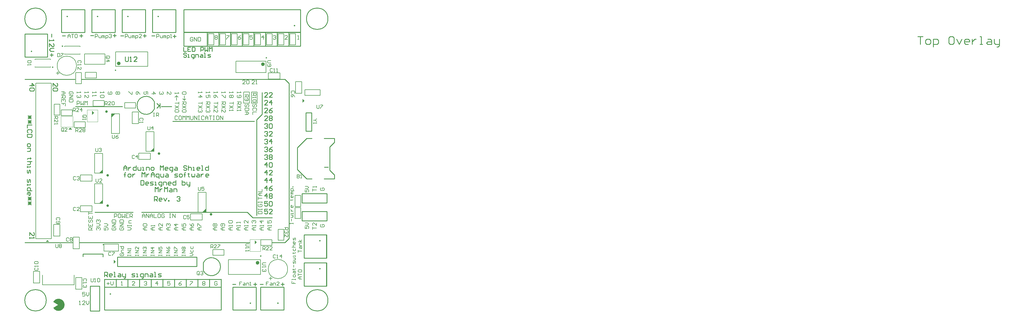
<source format=gto>
G04 Layer_Color=65535*
%FSLAX25Y25*%
%MOIN*%
G70*
G01*
G75*
%ADD30C,0.01000*%
%ADD66C,0.01575*%
%ADD67C,0.02362*%
%ADD68C,0.00984*%
%ADD69C,0.00787*%
%ADD70C,0.00500*%
%ADD71C,0.00394*%
%ADD72C,0.00701*%
%ADD73C,0.00700*%
%ADD74C,0.00591*%
%ADD75C,0.00800*%
G36*
X33480Y90906D02*
X28756D01*
X31118Y93268D01*
X31118D01*
X33480Y90906D01*
D02*
G37*
G36*
X235128Y129083D02*
X230451D01*
Y129201D01*
X235128Y133878D01*
Y129083D01*
D02*
G37*
G36*
X102177Y140205D02*
X97500D01*
Y140323D01*
X102177Y145000D01*
Y140205D01*
D02*
G37*
G36*
X50500Y15000D02*
X52500Y12000D01*
Y9000D01*
X51000Y5500D01*
X48000Y3000D01*
X45000Y2500D01*
X41000Y4000D01*
X39195Y6025D01*
X45500Y10000D01*
X39200Y13900D01*
X41000Y16000D01*
X43500Y17000D01*
X47000D01*
X50500Y15000D01*
D02*
G37*
G36*
X119000Y65500D02*
X116500Y63000D01*
Y68000D01*
X119000Y65500D01*
D02*
G37*
G36*
X300240Y90500D02*
X297740Y88000D01*
Y93000D01*
X300240Y90500D01*
D02*
G37*
G36*
X118000Y255677D02*
X113323Y251000D01*
Y255795D01*
X118000D01*
Y255677D01*
D02*
G37*
G36*
X91000Y257000D02*
X88500Y254500D01*
Y259500D01*
X91000Y257000D01*
D02*
G37*
G36*
X361500Y272500D02*
X359000Y270000D01*
Y275000D01*
X361500Y272500D01*
D02*
G37*
G36*
X102177Y179205D02*
X97500D01*
Y179323D01*
X102177Y184000D01*
Y179205D01*
D02*
G37*
G36*
X168177Y207205D02*
X163500D01*
Y207323D01*
X168177Y212000D01*
Y207205D01*
D02*
G37*
G36*
X63000Y235500D02*
X58000D01*
X60500Y238000D01*
X63000Y235500D01*
D02*
G37*
D30*
X103500Y87500D02*
G03*
X103500Y87500I-500J0D01*
G01*
X391732Y377953D02*
G03*
X391732Y377953I-13780J0D01*
G01*
X231474Y54092D02*
G03*
X231474Y63908I10526J4908D01*
G01*
X168400Y271444D02*
G03*
X168400Y261627I-10526J-4908D01*
G01*
X96077Y380906D02*
G03*
X96077Y380906I-557J0D01*
G01*
X112576Y23906D02*
G03*
X112576Y23906I-557J0D01*
G01*
X328037Y12094D02*
G03*
X328037Y12094I-557J0D01*
G01*
X292537D02*
G03*
X292537Y12094I-557J0D01*
G01*
X349348Y369094D02*
G03*
X349348Y369094I-557J0D01*
G01*
X29528Y377953D02*
G03*
X29528Y377953I-13780J0D01*
G01*
X381962Y92480D02*
G03*
X381962Y92480I-557J0D01*
G01*
X29528Y15748D02*
G03*
X29528Y15748I-13780J0D01*
G01*
X391732D02*
G03*
X391732Y15748I-13780J0D01*
G01*
X11151Y336020D02*
G03*
X11151Y336020I-557J0D01*
G01*
X381962Y56480D02*
G03*
X381962Y56480I-557J0D01*
G01*
X57077Y380906D02*
G03*
X57077Y380906I-557J0D01*
G01*
X174076D02*
G03*
X174076Y380906I-557J0D01*
G01*
X135076D02*
G03*
X135076Y380906I-557J0D01*
G01*
X39195Y6025D02*
G03*
X39200Y13900I6151J3933D01*
G01*
X231472Y54090D02*
Y63910D01*
X168402Y261626D02*
Y271445D01*
X358500Y118000D02*
Y130000D01*
Y118000D02*
X390500D01*
Y130000D01*
X358500D02*
X390500D01*
X121000Y59500D02*
Y71500D01*
Y59500D02*
X223000D01*
Y71500D01*
X121000D02*
X223000D01*
X363299Y233378D02*
X370701D01*
Y257000D01*
X363299Y233378D02*
Y257000D01*
X370701D01*
X364433Y223984D02*
X367701D01*
X364433Y172016D02*
X367701D01*
X400024D02*
Y176976D01*
X367701Y223984D02*
X371126D01*
X386874D02*
X400024D01*
X386874Y172016D02*
X400024D01*
X352504Y183945D02*
Y212055D01*
X364433Y223984D01*
X352504Y183945D02*
X364433Y172016D01*
X367701D02*
X371126D01*
X400024Y219024D02*
Y223984D01*
X394000Y213000D02*
X400024Y219024D01*
X394000Y198000D02*
Y213000D01*
Y183000D02*
Y198000D01*
Y183000D02*
X400024Y176976D01*
X336465Y90000D02*
X341732Y95268D01*
X336465Y300000D02*
X341732Y294732D01*
X92000Y129000D02*
X141000D01*
X152000D02*
X288000D01*
X295000Y122000D01*
X320000D01*
X192000Y246000D02*
X297000D01*
X300000Y125000D02*
Y248000D01*
X307000Y255000D01*
Y283000D01*
X67000Y265000D02*
X127559D01*
X341732Y95268D02*
Y294732D01*
X88039Y360433D02*
Y389567D01*
X117980D01*
Y360433D02*
Y389567D01*
X88039Y360433D02*
X117980D01*
X104539Y3433D02*
X254480D01*
Y32567D01*
X104539D02*
X254480D01*
X104520Y3433D02*
Y32567D01*
X334961Y3433D02*
Y32567D01*
X305020Y3433D02*
X334961D01*
X305020D02*
Y32567D01*
X334961D01*
X269520D02*
X299461D01*
X269520Y3433D02*
Y32567D01*
Y3433D02*
X299461D01*
Y32567D01*
X356291Y360433D02*
Y389567D01*
X206331Y360433D02*
X356272D01*
X206331D02*
Y389567D01*
X356272D01*
X360933Y99961D02*
X390067D01*
Y70020D02*
Y99961D01*
X360933Y70020D02*
X390067D01*
X360933D02*
Y99961D01*
X31067Y328539D02*
Y358480D01*
X1933D02*
X31067D01*
X1933Y328539D02*
Y358480D01*
Y328539D02*
X31067D01*
X360933Y63961D02*
X390067D01*
Y34020D02*
Y63961D01*
X360933Y34020D02*
X390067D01*
X360933D02*
Y63961D01*
X98000Y2000D02*
Y34000D01*
X86000Y2000D02*
X98000D01*
X86000D02*
Y34000D01*
X98000D01*
X358500Y141000D02*
Y153000D01*
Y141000D02*
X390500D01*
Y153000D01*
X358500D02*
X390500D01*
X49039Y360433D02*
Y389567D01*
X78980D01*
Y360433D02*
Y389567D01*
X49039Y360433D02*
X78980D01*
X166039D02*
Y389567D01*
X195980D01*
Y360433D02*
Y389567D01*
X166039Y360433D02*
X195980D01*
X127039D02*
Y389567D01*
X156980D01*
Y360433D02*
Y389567D01*
X127039Y360433D02*
X156980D01*
X2000Y90000D02*
X63386D01*
X74803Y300000D02*
X137795D01*
X72441Y90000D02*
X291000D01*
X2000Y300000D02*
X66500D01*
X39200Y13900D02*
X45500Y10000D01*
X39195Y6025D02*
X45500Y10000D01*
X206311Y360500D02*
X356311D01*
X206311D02*
Y389500D01*
X389764Y70000D02*
Y100000D01*
X361000Y70000D02*
X389764D01*
X361000D02*
Y100000D01*
X389764D01*
X361000Y64000D02*
X389764D01*
X361000Y34000D02*
Y64000D01*
Y34000D02*
X389764D01*
Y64000D01*
X254500Y32567D02*
Y42890D01*
X239500Y32567D02*
Y42890D01*
X224500Y32567D02*
Y42890D01*
X209500Y32567D02*
Y42890D01*
X194500Y32567D02*
Y42890D01*
X179500Y32567D02*
Y42890D01*
X164500Y32567D02*
Y42890D01*
X149500Y32567D02*
Y42890D01*
X134500Y32567D02*
Y42890D01*
X104500Y32567D02*
X254480D01*
X254500Y3433D02*
Y32567D01*
X104500Y3433D02*
X254500D01*
X104500D02*
Y32567D01*
Y42890D01*
Y42858D02*
X254500D01*
X119500Y32567D02*
Y42890D01*
X251291Y342677D02*
Y360567D01*
X266291Y342677D02*
Y360567D01*
X206291D02*
X356291D01*
X236291Y342677D02*
Y360567D01*
X356291Y342567D02*
Y360567D01*
X206291Y342567D02*
X356291D01*
X206291D02*
Y360567D01*
X281291Y342567D02*
Y360457D01*
X296291Y342567D02*
Y360457D01*
X311291Y342567D02*
Y360457D01*
X326291Y342567D02*
Y360457D01*
X341291Y342567D02*
Y360457D01*
X387000Y187000D02*
X392126D01*
X250000Y300000D02*
X336465D01*
X320079Y90000D02*
X336465D01*
X137795Y300000D02*
X250000D01*
X356311Y360500D02*
Y389500D01*
X177559Y265000D02*
X190900D01*
X131000Y328998D02*
Y324000D01*
X132000Y323000D01*
X133999D01*
X134999Y324000D01*
Y328998D01*
X136998Y323000D02*
X138997D01*
X137998D01*
Y328998D01*
X136998Y327998D01*
X145995Y323000D02*
X141996D01*
X145995Y326999D01*
Y327998D01*
X144995Y328998D01*
X142996D01*
X141996Y327998D01*
X175874Y263037D02*
Y269035D01*
Y267036D01*
X171875Y263037D01*
X174874Y266036D01*
X171875Y269035D01*
X313999Y277000D02*
X310000D01*
X313999Y280999D01*
Y281998D01*
X312999Y282998D01*
X311000D01*
X310000Y281998D01*
X319997Y277000D02*
X315998D01*
X319997Y280999D01*
Y281998D01*
X318997Y282998D01*
X316998D01*
X315998Y281998D01*
X313999Y267000D02*
X310000D01*
X313999Y270999D01*
Y271998D01*
X312999Y272998D01*
X311000D01*
X310000Y271998D01*
X318997Y267000D02*
Y272998D01*
X315998Y269999D01*
X319997D01*
X313999Y257000D02*
X310000D01*
X313999Y260999D01*
Y261998D01*
X312999Y262998D01*
X311000D01*
X310000Y261998D01*
X319997Y262998D02*
X317998Y261998D01*
X315998Y259999D01*
Y258000D01*
X316998Y257000D01*
X318997D01*
X319997Y258000D01*
Y258999D01*
X318997Y259999D01*
X315998D01*
X313999Y247000D02*
X310000D01*
X313999Y250999D01*
Y251998D01*
X312999Y252998D01*
X311000D01*
X310000Y251998D01*
X315998D02*
X316998Y252998D01*
X318997D01*
X319997Y251998D01*
Y250999D01*
X318997Y249999D01*
X319997Y248999D01*
Y248000D01*
X318997Y247000D01*
X316998D01*
X315998Y248000D01*
Y248999D01*
X316998Y249999D01*
X315998Y250999D01*
Y251998D01*
X316998Y249999D02*
X318997D01*
X310000Y241998D02*
X311000Y242998D01*
X312999D01*
X313999Y241998D01*
Y240999D01*
X312999Y239999D01*
X311999D01*
X312999D01*
X313999Y238999D01*
Y238000D01*
X312999Y237000D01*
X311000D01*
X310000Y238000D01*
X315998Y241998D02*
X316998Y242998D01*
X318997D01*
X319997Y241998D01*
Y238000D01*
X318997Y237000D01*
X316998D01*
X315998Y238000D01*
Y241998D01*
X310000Y231998D02*
X311000Y232998D01*
X312999D01*
X313999Y231998D01*
Y230999D01*
X312999Y229999D01*
X311999D01*
X312999D01*
X313999Y228999D01*
Y228000D01*
X312999Y227000D01*
X311000D01*
X310000Y228000D01*
X319997Y227000D02*
X315998D01*
X319997Y230999D01*
Y231998D01*
X318997Y232998D01*
X316998D01*
X315998Y231998D01*
X310000Y221998D02*
X311000Y222998D01*
X312999D01*
X313999Y221998D01*
Y220999D01*
X312999Y219999D01*
X311999D01*
X312999D01*
X313999Y218999D01*
Y218000D01*
X312999Y217000D01*
X311000D01*
X310000Y218000D01*
X318997Y217000D02*
Y222998D01*
X315998Y219999D01*
X319997D01*
X310000Y211998D02*
X311000Y212998D01*
X312999D01*
X313999Y211998D01*
Y210999D01*
X312999Y209999D01*
X311999D01*
X312999D01*
X313999Y208999D01*
Y208000D01*
X312999Y207000D01*
X311000D01*
X310000Y208000D01*
X319997Y212998D02*
X317998Y211998D01*
X315998Y209999D01*
Y208000D01*
X316998Y207000D01*
X318997D01*
X319997Y208000D01*
Y208999D01*
X318997Y209999D01*
X315998D01*
X310000Y201998D02*
X311000Y202998D01*
X312999D01*
X313999Y201998D01*
Y200999D01*
X312999Y199999D01*
X311999D01*
X312999D01*
X313999Y198999D01*
Y198000D01*
X312999Y197000D01*
X311000D01*
X310000Y198000D01*
X315998Y201998D02*
X316998Y202998D01*
X318997D01*
X319997Y201998D01*
Y200999D01*
X318997Y199999D01*
X319997Y198999D01*
Y198000D01*
X318997Y197000D01*
X316998D01*
X315998Y198000D01*
Y198999D01*
X316998Y199999D01*
X315998Y200999D01*
Y201998D01*
X316998Y199999D02*
X318997D01*
X312999Y187000D02*
Y192998D01*
X310000Y189999D01*
X313999D01*
X315998Y191998D02*
X316998Y192998D01*
X318997D01*
X319997Y191998D01*
Y188000D01*
X318997Y187000D01*
X316998D01*
X315998Y188000D01*
Y191998D01*
X312999Y177000D02*
Y182998D01*
X310000Y179999D01*
X313999D01*
X319997Y177000D02*
X315998D01*
X319997Y180999D01*
Y181998D01*
X318997Y182998D01*
X316998D01*
X315998Y181998D01*
X312999Y167000D02*
Y172998D01*
X310000Y169999D01*
X313999D01*
X318997Y167000D02*
Y172998D01*
X315998Y169999D01*
X319997D01*
X312999Y157000D02*
Y162998D01*
X310000Y159999D01*
X313999D01*
X319997Y162998D02*
X317998Y161998D01*
X315998Y159999D01*
Y158000D01*
X316998Y157000D01*
X318997D01*
X319997Y158000D01*
Y158999D01*
X318997Y159999D01*
X315998D01*
X312999Y147000D02*
Y152998D01*
X310000Y149999D01*
X313999D01*
X315998Y151998D02*
X316998Y152998D01*
X318997D01*
X319997Y151998D01*
Y150999D01*
X318997Y149999D01*
X319997Y148999D01*
Y148000D01*
X318997Y147000D01*
X316998D01*
X315998Y148000D01*
Y148999D01*
X316998Y149999D01*
X315998Y150999D01*
Y151998D01*
X316998Y149999D02*
X318997D01*
X313999Y142998D02*
X310000D01*
Y139999D01*
X311999Y140999D01*
X312999D01*
X313999Y139999D01*
Y138000D01*
X312999Y137000D01*
X311000D01*
X310000Y138000D01*
X315998Y141998D02*
X316998Y142998D01*
X318997D01*
X319997Y141998D01*
Y138000D01*
X318997Y137000D01*
X316998D01*
X315998Y138000D01*
Y141998D01*
X313999Y132998D02*
X310000D01*
Y129999D01*
X311999Y130999D01*
X312999D01*
X313999Y129999D01*
Y128000D01*
X312999Y127000D01*
X311000D01*
X310000Y128000D01*
X319997Y127000D02*
X315998D01*
X319997Y130999D01*
Y131998D01*
X318997Y132998D01*
X316998D01*
X315998Y131998D01*
X192500Y355499D02*
X196499D01*
X194499Y357498D02*
Y353500D01*
X165000Y355999D02*
X168999D01*
X154000D02*
X157999D01*
X155999Y357998D02*
Y354000D01*
X125000Y355999D02*
X128999D01*
X115500Y356499D02*
X119499D01*
X117499Y358498D02*
Y354500D01*
X86500Y356499D02*
X90499D01*
X130500Y174500D02*
Y179498D01*
Y177499D01*
X129500D01*
X131499D01*
X130500D01*
Y179498D01*
X131499Y180498D01*
X135498Y174500D02*
X137497D01*
X138497Y175500D01*
Y177499D01*
X137497Y178499D01*
X135498D01*
X134498Y177499D01*
Y175500D01*
X135498Y174500D01*
X140496Y178499D02*
Y174500D01*
Y176499D01*
X141496Y177499D01*
X142496Y178499D01*
X143496D01*
X152493Y174500D02*
Y180498D01*
X154492Y178499D01*
X156491Y180498D01*
Y174500D01*
X158491Y178499D02*
Y174500D01*
Y176499D01*
X159490Y177499D01*
X160490Y178499D01*
X161490D01*
X164489Y174500D02*
Y178499D01*
X166488Y180498D01*
X168487Y178499D01*
Y174500D01*
Y177499D01*
X164489D01*
X174485Y172501D02*
Y178499D01*
X171486D01*
X170487Y177499D01*
Y175500D01*
X171486Y174500D01*
X174485D01*
X176485Y178499D02*
Y175500D01*
X177485Y174500D01*
X180483D01*
Y178499D01*
X183483D02*
X185482D01*
X186482Y177499D01*
Y174500D01*
X183483D01*
X182483Y175500D01*
X183483Y176499D01*
X186482D01*
X194479Y174500D02*
X197478D01*
X198478Y175500D01*
X197478Y176499D01*
X195479D01*
X194479Y177499D01*
X195479Y178499D01*
X198478D01*
X201477Y174500D02*
X203476D01*
X204476Y175500D01*
Y177499D01*
X203476Y178499D01*
X201477D01*
X200477Y177499D01*
Y175500D01*
X201477Y174500D01*
X207475D02*
Y179498D01*
Y177499D01*
X206475D01*
X208474D01*
X207475D01*
Y179498D01*
X208474Y180498D01*
X212473Y179498D02*
Y178499D01*
X211473D01*
X213473D01*
X212473D01*
Y175500D01*
X213473Y174500D01*
X216472Y178499D02*
Y175500D01*
X217472Y174500D01*
X218471Y175500D01*
X219471Y174500D01*
X220471Y175500D01*
Y178499D01*
X223470D02*
X225469D01*
X226469Y177499D01*
Y174500D01*
X223470D01*
X222470Y175500D01*
X223470Y176499D01*
X226469D01*
X228468Y178499D02*
Y174500D01*
Y176499D01*
X229468Y177499D01*
X230467Y178499D01*
X231467D01*
X237465Y174500D02*
X235466D01*
X234466Y175500D01*
Y177499D01*
X235466Y178499D01*
X237465D01*
X238465Y177499D01*
Y176499D01*
X234466D01*
X129000Y183000D02*
Y186999D01*
X130999Y188998D01*
X132999Y186999D01*
Y183000D01*
Y185999D01*
X129000D01*
X134998Y186999D02*
Y183000D01*
Y184999D01*
X135998Y185999D01*
X136997Y186999D01*
X137997D01*
X144995Y188998D02*
Y183000D01*
X141996D01*
X140996Y184000D01*
Y185999D01*
X141996Y186999D01*
X144995D01*
X146994D02*
Y184000D01*
X147994Y183000D01*
X150993D01*
Y186999D01*
X152992Y183000D02*
X154992D01*
X153992D01*
Y186999D01*
X152992D01*
X157991Y183000D02*
Y186999D01*
X160990D01*
X161989Y185999D01*
Y183000D01*
X164988D02*
X166988D01*
X167987Y184000D01*
Y185999D01*
X166988Y186999D01*
X164988D01*
X163989Y185999D01*
Y184000D01*
X164988Y183000D01*
X175985D02*
Y188998D01*
X177984Y186999D01*
X179984Y188998D01*
Y183000D01*
X184982D02*
X182983D01*
X181983Y184000D01*
Y185999D01*
X182983Y186999D01*
X184982D01*
X185982Y185999D01*
Y184999D01*
X181983D01*
X189980Y181001D02*
X190980D01*
X191980Y182000D01*
Y186999D01*
X188981D01*
X187981Y185999D01*
Y184000D01*
X188981Y183000D01*
X191980D01*
X194979Y186999D02*
X196978D01*
X197978Y185999D01*
Y183000D01*
X194979D01*
X193979Y184000D01*
X194979Y184999D01*
X197978D01*
X209974Y187998D02*
X208974Y188998D01*
X206975D01*
X205975Y187998D01*
Y186999D01*
X206975Y185999D01*
X208974D01*
X209974Y184999D01*
Y184000D01*
X208974Y183000D01*
X206975D01*
X205975Y184000D01*
X211973Y188998D02*
Y183000D01*
Y185999D01*
X212973Y186999D01*
X214972D01*
X215972Y185999D01*
Y183000D01*
X217971D02*
X219971D01*
X218971D01*
Y186999D01*
X217971D01*
X225969Y183000D02*
X223969D01*
X222970Y184000D01*
Y185999D01*
X223969Y186999D01*
X225969D01*
X226968Y185999D01*
Y184999D01*
X222970D01*
X228968Y183000D02*
X230967D01*
X229967D01*
Y188998D01*
X228968D01*
X237965D02*
Y183000D01*
X234966D01*
X233966Y184000D01*
Y185999D01*
X234966Y186999D01*
X237965D01*
X38000Y291001D02*
Y295000D01*
X41999Y291001D01*
X42998D01*
X43998Y292001D01*
Y294000D01*
X42998Y295000D01*
Y289002D02*
X43998Y288002D01*
Y286003D01*
X42998Y285003D01*
X39000D01*
X38000Y286003D01*
Y288002D01*
X39000Y289002D01*
X42998D01*
X8000Y292001D02*
X13998D01*
X10999Y295000D01*
Y291001D01*
X12998Y289002D02*
X13998Y288002D01*
Y286003D01*
X12998Y285003D01*
X9000D01*
X8000Y286003D01*
Y288002D01*
X9000Y289002D01*
X12998D01*
X8000Y99001D02*
Y103000D01*
X11999Y99001D01*
X12998D01*
X13998Y100001D01*
Y102000D01*
X12998Y103000D01*
X8000Y97002D02*
Y95003D01*
Y96002D01*
X13998D01*
X12998Y97002D01*
X1150000Y354997D02*
X1156665D01*
X1153332D01*
Y345000D01*
X1161663D02*
X1164995D01*
X1166661Y346666D01*
Y349998D01*
X1164995Y351665D01*
X1161663D01*
X1159997Y349998D01*
Y346666D01*
X1161663Y345000D01*
X1169994Y341668D02*
Y351665D01*
X1174992D01*
X1176658Y349998D01*
Y346666D01*
X1174992Y345000D01*
X1169994D01*
X1194985Y354997D02*
X1191653D01*
X1189987Y353331D01*
Y346666D01*
X1191653Y345000D01*
X1194985D01*
X1196652Y346666D01*
Y353331D01*
X1194985Y354997D01*
X1199984Y351665D02*
X1203316Y345000D01*
X1206648Y351665D01*
X1214979Y345000D02*
X1211647D01*
X1209981Y346666D01*
Y349998D01*
X1211647Y351665D01*
X1214979D01*
X1216645Y349998D01*
Y348332D01*
X1209981D01*
X1219977Y351665D02*
Y345000D01*
Y348332D01*
X1221644Y349998D01*
X1223310Y351665D01*
X1224976D01*
X1229974Y345000D02*
X1233307D01*
X1231640D01*
Y354997D01*
X1229974D01*
X1239971Y351665D02*
X1243303D01*
X1244969Y349998D01*
Y345000D01*
X1239971D01*
X1238305Y346666D01*
X1239971Y348332D01*
X1244969D01*
X1248302Y351665D02*
Y346666D01*
X1249968Y345000D01*
X1254966D01*
Y343334D01*
X1253300Y341668D01*
X1251634D01*
X1254966Y345000D02*
Y351665D01*
X104500Y46000D02*
Y51998D01*
X107499D01*
X108499Y50998D01*
Y48999D01*
X107499Y47999D01*
X104500D01*
X106499D02*
X108499Y46000D01*
X113497D02*
X111498D01*
X110498Y47000D01*
Y48999D01*
X111498Y49999D01*
X113497D01*
X114497Y48999D01*
Y47999D01*
X110498D01*
X116496Y46000D02*
X118496D01*
X117496D01*
Y51998D01*
X116496D01*
X122494Y49999D02*
X124494D01*
X125493Y48999D01*
Y46000D01*
X122494D01*
X121495Y47000D01*
X122494Y47999D01*
X125493D01*
X127493Y49999D02*
Y47000D01*
X128492Y46000D01*
X131491D01*
Y45000D01*
X130492Y44001D01*
X129492D01*
X131491Y46000D02*
Y49999D01*
X139489Y46000D02*
X142488D01*
X143487Y47000D01*
X142488Y47999D01*
X140488D01*
X139489Y48999D01*
X140488Y49999D01*
X143487D01*
X145487Y46000D02*
X147486D01*
X146486D01*
Y49999D01*
X145487D01*
X152485Y44001D02*
X153484D01*
X154484Y45000D01*
Y49999D01*
X151485D01*
X150485Y48999D01*
Y47000D01*
X151485Y46000D01*
X154484D01*
X156483D02*
Y49999D01*
X159482D01*
X160482Y48999D01*
Y46000D01*
X163481Y49999D02*
X165480D01*
X166480Y48999D01*
Y46000D01*
X163481D01*
X162481Y47000D01*
X163481Y47999D01*
X166480D01*
X168479Y46000D02*
X170479D01*
X169479D01*
Y51998D01*
X168479D01*
X173478Y46000D02*
X176477D01*
X177476Y47000D01*
X176477Y47999D01*
X174477D01*
X173478Y48999D01*
X174477Y49999D01*
X177476D01*
X169500Y155500D02*
Y161498D01*
X171499Y159499D01*
X173499Y161498D01*
Y155500D01*
X175498Y159499D02*
Y155500D01*
Y157499D01*
X176498Y158499D01*
X177497Y159499D01*
X178497D01*
X181496Y155500D02*
Y161498D01*
X183495Y159499D01*
X185495Y161498D01*
Y155500D01*
X188494Y159499D02*
X190493D01*
X191493Y158499D01*
Y155500D01*
X188494D01*
X187494Y156500D01*
X188494Y157499D01*
X191493D01*
X193492Y155500D02*
Y159499D01*
X196491D01*
X197491Y158499D01*
Y155500D01*
X151000Y169998D02*
Y164000D01*
X153999D01*
X154999Y165000D01*
Y168998D01*
X153999Y169998D01*
X151000D01*
X159997Y164000D02*
X157998D01*
X156998Y165000D01*
Y166999D01*
X157998Y167999D01*
X159997D01*
X160997Y166999D01*
Y165999D01*
X156998D01*
X162996Y164000D02*
X165995D01*
X166995Y165000D01*
X165995Y165999D01*
X163996D01*
X162996Y166999D01*
X163996Y167999D01*
X166995D01*
X168994Y164000D02*
X170994D01*
X169994D01*
Y167999D01*
X168994D01*
X175992Y162001D02*
X176992D01*
X177991Y163000D01*
Y167999D01*
X174992D01*
X173993Y166999D01*
Y165000D01*
X174992Y164000D01*
X177991D01*
X179991D02*
Y167999D01*
X182990D01*
X183989Y166999D01*
Y164000D01*
X188988D02*
X186988D01*
X185989Y165000D01*
Y166999D01*
X186988Y167999D01*
X188988D01*
X189987Y166999D01*
Y165999D01*
X185989D01*
X195985Y169998D02*
Y164000D01*
X192987D01*
X191987Y165000D01*
Y166999D01*
X192987Y167999D01*
X195985D01*
X203983Y169998D02*
Y164000D01*
X206982D01*
X207982Y165000D01*
Y165999D01*
Y166999D01*
X206982Y167999D01*
X203983D01*
X209981D02*
Y165000D01*
X210981Y164000D01*
X213980D01*
Y163000D01*
X212980Y162001D01*
X211980D01*
X213980Y164000D02*
Y167999D01*
X33500Y351000D02*
Y349001D01*
Y350000D01*
X39498D01*
X38498Y351000D01*
X33500Y342003D02*
Y346002D01*
X37499Y342003D01*
X38498D01*
X39498Y343003D01*
Y345002D01*
X38498Y346002D01*
X39498Y340004D02*
X35499D01*
X33500Y338004D01*
X35499Y336005D01*
X39498D01*
X36501Y354500D02*
Y358499D01*
Y329500D02*
Y333499D01*
X34502Y331499D02*
X38500D01*
X335500Y36501D02*
X331501D01*
X333501Y34502D02*
Y38500D01*
X308500Y36501D02*
X304501D01*
X300000D02*
X296001D01*
X298001Y34502D02*
Y38500D01*
X273000Y36501D02*
X269001D01*
X206000Y341498D02*
Y336000D01*
X209665D01*
X215164Y341498D02*
X211498D01*
Y336000D01*
X215164D01*
X211498Y338749D02*
X213331D01*
X216996Y341498D02*
Y336000D01*
X219746D01*
X220662Y336916D01*
Y340582D01*
X219746Y341498D01*
X216996D01*
X227993Y336000D02*
Y341498D01*
X230742D01*
X231658Y340582D01*
Y338749D01*
X230742Y337833D01*
X227993D01*
X233491Y341498D02*
Y336000D01*
X235324Y337833D01*
X237157Y336000D01*
Y341498D01*
X238989Y336000D02*
Y341498D01*
X240822Y339666D01*
X242655Y341498D01*
Y336000D01*
X209665Y333082D02*
X208749Y333998D01*
X206916D01*
X206000Y333082D01*
Y332166D01*
X206916Y331249D01*
X208749D01*
X209665Y330333D01*
Y329416D01*
X208749Y328500D01*
X206916D01*
X206000Y329416D01*
X211498Y328500D02*
X213331D01*
X212415D01*
Y332166D01*
X211498D01*
X217913Y326667D02*
X218829D01*
X219746Y327584D01*
Y332166D01*
X216996D01*
X216080Y331249D01*
Y329416D01*
X216996Y328500D01*
X219746D01*
X221578D02*
Y332166D01*
X224327D01*
X225244Y331249D01*
Y328500D01*
X227993Y332166D02*
X229826D01*
X230742Y331249D01*
Y328500D01*
X227993D01*
X227077Y329416D01*
X227993Y330333D01*
X230742D01*
X232575Y328500D02*
X234407D01*
X233491D01*
Y333998D01*
X232575D01*
X237157Y328500D02*
X239906D01*
X240822Y329416D01*
X239906Y330333D01*
X238073D01*
X237157Y331249D01*
X238073Y332166D01*
X240822D01*
X168500Y143500D02*
Y149498D01*
X171499D01*
X172499Y148498D01*
Y146499D01*
X171499Y145499D01*
X168500D01*
X170499D02*
X172499Y143500D01*
X177497D02*
X175498D01*
X174498Y144500D01*
Y146499D01*
X175498Y147499D01*
X177497D01*
X178497Y146499D01*
Y145499D01*
X174498D01*
X180496Y147499D02*
X182495Y143500D01*
X184495Y147499D01*
X186494Y143500D02*
Y144500D01*
X187494D01*
Y143500D01*
X186494D01*
X197491Y148498D02*
X198490Y149498D01*
X200490D01*
X201489Y148498D01*
Y147499D01*
X200490Y146499D01*
X199490D01*
X200490D01*
X201489Y145499D01*
Y144500D01*
X200490Y143500D01*
X198490D01*
X197491Y144500D01*
X9998Y253500D02*
X6000Y249501D01*
Y253500D02*
X9998Y249501D01*
X7999Y253500D02*
Y249501D01*
X6000Y251501D02*
X9998D01*
Y247502D02*
X6000Y243503D01*
Y247502D02*
X9998Y243503D01*
X7999Y247502D02*
Y243503D01*
X6000Y245503D02*
X9998D01*
X10998Y241504D02*
X5000D01*
Y237505D01*
X9998Y231507D02*
X10998Y232507D01*
Y234506D01*
X9998Y235506D01*
X6000D01*
X5000Y234506D01*
Y232507D01*
X6000Y231507D01*
X10998Y229508D02*
X5000D01*
Y226509D01*
X6000Y225509D01*
X9998D01*
X10998Y226509D01*
Y229508D01*
X5000Y216512D02*
Y214513D01*
X6000Y213513D01*
X7999D01*
X8999Y214513D01*
Y216512D01*
X7999Y217512D01*
X6000D01*
X5000Y216512D01*
Y211514D02*
X8999D01*
Y208515D01*
X7999Y207515D01*
X5000D01*
X9998Y198518D02*
X8999D01*
Y199518D01*
Y197518D01*
Y198518D01*
X6000D01*
X5000Y197518D01*
X10998Y194519D02*
X5000D01*
X7999D01*
X8999Y193519D01*
Y191520D01*
X7999Y190520D01*
X5000D01*
Y188521D02*
Y186522D01*
Y187521D01*
X8999D01*
Y188521D01*
X5000Y183523D02*
Y180524D01*
X6000Y179524D01*
X6999Y180524D01*
Y182523D01*
X7999Y183523D01*
X8999Y182523D01*
Y179524D01*
X5000Y171527D02*
Y168527D01*
X6000Y167528D01*
X6999Y168527D01*
Y170527D01*
X7999Y171527D01*
X8999Y170527D01*
Y167528D01*
X5000Y165529D02*
Y163529D01*
Y164529D01*
X8999D01*
Y165529D01*
X10998Y156531D02*
X5000D01*
Y159530D01*
X6000Y160530D01*
X7999D01*
X8999Y159530D01*
Y156531D01*
X5000Y151533D02*
Y153532D01*
X6000Y154532D01*
X7999D01*
X8999Y153532D01*
Y151533D01*
X7999Y150533D01*
X6999D01*
Y154532D01*
X9998Y148534D02*
X6000Y144535D01*
Y148534D02*
X9998Y144535D01*
X7999Y148534D02*
Y144535D01*
X6000Y146535D02*
X9998D01*
Y142536D02*
X6000Y138537D01*
Y142536D02*
X9998Y138537D01*
X7999Y142536D02*
Y138537D01*
X6000Y140537D02*
X9998D01*
X50000Y355999D02*
X53999D01*
X72500D02*
X76499D01*
X74499Y357998D02*
Y354000D01*
D66*
X109287Y137500D02*
G03*
X109287Y137500I-787J0D01*
G01*
X107787Y258500D02*
G03*
X107787Y258500I-787J0D01*
G01*
X242238Y126378D02*
G03*
X242238Y126378I-787J0D01*
G01*
X175287Y204500D02*
G03*
X175287Y204500I-787J0D01*
G01*
X109287Y176500D02*
G03*
X109287Y176500I-787J0D01*
G01*
D67*
X309331Y319461D02*
G03*
X309331Y319461I-1181J0D01*
G01*
X123949Y320488D02*
G03*
X123949Y320488I-1181J0D01*
G01*
X302413Y64012D02*
G03*
X302413Y64012I-1181J0D01*
G01*
D68*
X312972Y327728D02*
G03*
X312972Y327728I-492J0D01*
G01*
X119146Y311728D02*
G03*
X119146Y311728I-492J0D01*
G01*
X50894Y342717D02*
G03*
X50894Y342717I-492J0D01*
G01*
X38256Y315650D02*
G03*
X38256Y315650I-492J0D01*
G01*
X305839Y72772D02*
G03*
X305839Y72772I-492J0D01*
G01*
X76705Y72000D02*
Y75500D01*
X102295Y71705D02*
Y75500D01*
X76705D02*
X102295D01*
D69*
X68402Y317500D02*
G03*
X68402Y317500I-12402J0D01*
G01*
X339902Y56000D02*
G03*
X339902Y56000I-12402J0D01*
G01*
X91823Y140205D02*
X102177D01*
X91823D02*
Y165795D01*
X102177D01*
Y140205D02*
Y165795D01*
X273504Y308831D02*
Y323398D01*
X312087Y308831D02*
Y323398D01*
X273504Y308831D02*
X312087D01*
X273504Y323398D02*
X312087D01*
X160169Y316551D02*
Y335449D01*
X118831Y316551D02*
Y335449D01*
X160169D01*
X118831Y316551D02*
X160169D01*
X381842Y279457D02*
Y286543D01*
X362158Y279457D02*
Y286543D01*
X381842D01*
X362158Y279457D02*
X381842D01*
X65413Y245402D02*
X79587D01*
X65413Y238118D02*
X79587D01*
X65413D02*
Y245402D01*
X79587Y238118D02*
Y245402D01*
X16000Y295000D02*
X36000D01*
X16000Y95000D02*
X36000D01*
X16000D02*
Y295000D01*
X36000Y95000D02*
Y295000D01*
X73039Y332382D02*
Y332874D01*
X52961Y332382D02*
Y332874D01*
X73039Y342126D02*
Y342618D01*
X52961Y342126D02*
Y342618D01*
Y332382D02*
X73039D01*
X52961Y342618D02*
X73039D01*
X103748Y78874D02*
Y88126D01*
X122252Y78874D02*
Y88126D01*
X103748D02*
X122252D01*
X103748Y78874D02*
X122252D01*
X64000Y82000D02*
Y96988D01*
X71937D02*
X71937Y82012D01*
X64000D02*
X71937D01*
X64000Y96988D02*
X71937D01*
X63087Y253358D02*
Y260642D01*
X48913Y253358D02*
Y260642D01*
Y253358D02*
X63087D01*
X48913Y260642D02*
X63087D01*
X15126Y315748D02*
X35205D01*
X15126Y325984D02*
X35205D01*
Y315748D02*
Y316240D01*
X15126Y315748D02*
Y316240D01*
X35205Y325492D02*
Y325984D01*
X15126Y325492D02*
Y325984D01*
X21000Y38012D02*
Y53000D01*
X13063Y52988D02*
X13063Y38012D01*
Y52988D02*
X21000D01*
X13063Y38012D02*
X21000D01*
X349358Y136413D02*
X356642D01*
X349358Y150587D02*
X356642D01*
X349358Y136413D02*
Y150587D01*
X356642Y136413D02*
Y150587D01*
X349358Y135087D02*
X356642D01*
X349358Y120913D02*
X356642D01*
Y135087D01*
X349358Y120913D02*
Y135087D01*
X144488Y262894D02*
Y270177D01*
X130315Y262894D02*
Y270177D01*
Y262894D02*
X144488D01*
X130315Y270177D02*
X144488D01*
X237669Y358587D02*
X244953D01*
X237669Y344413D02*
X244953D01*
Y358587D01*
X237669Y344413D02*
Y358587D01*
X252669D02*
X259953D01*
X252669Y344413D02*
X259953D01*
Y358587D01*
X252669Y344413D02*
Y358587D01*
X327858Y92913D02*
X335142D01*
X327858Y107087D02*
X335142D01*
X327858Y92913D02*
Y107087D01*
X335142Y92913D02*
Y107087D01*
X47142Y253913D02*
Y268087D01*
X39858Y253913D02*
Y268087D01*
X47142D01*
X39858Y253913D02*
X47142D01*
X104087Y265358D02*
Y272642D01*
X89913Y265358D02*
Y272642D01*
Y265358D02*
X104087D01*
X89913Y272642D02*
X104087D01*
X47000Y98512D02*
Y113500D01*
X39063Y113488D02*
X39063Y98512D01*
Y113488D02*
X47000D01*
X39063Y98512D02*
X47000D01*
X113323Y255795D02*
X123677D01*
Y230205D02*
Y255795D01*
X113323Y230205D02*
X123677D01*
X113323D02*
Y255795D01*
X224773Y129083D02*
X235128D01*
X224773D02*
Y154673D01*
X235128D01*
Y129083D02*
Y154673D01*
X157823Y207205D02*
X168177D01*
X157823D02*
Y232795D01*
X168177D01*
Y207205D02*
Y232795D01*
X91823Y179205D02*
X102177D01*
X91823D02*
Y204795D01*
X102177D01*
Y179205D02*
Y204795D01*
X293358Y283587D02*
X300642D01*
X293358Y269413D02*
X300642D01*
Y283587D01*
X293358Y269413D02*
Y283587D01*
X283358D02*
X290642D01*
X283358Y269413D02*
X290642D01*
Y283587D01*
X283358Y269413D02*
Y283587D01*
X350000Y282000D02*
Y296988D01*
X357937D02*
X357937Y282012D01*
X350000D02*
X357937D01*
X350000Y296988D02*
X357937D01*
X215012Y119000D02*
X230000D01*
X215012Y126937D02*
X229988Y126937D01*
Y119000D02*
Y126937D01*
X215012Y119000D02*
Y126937D01*
X148512Y197000D02*
X163500D01*
X148512Y204937D02*
X163488Y204937D01*
Y197000D02*
Y204937D01*
X148512Y197000D02*
Y204937D01*
X73500Y177000D02*
X88488D01*
X73512Y169063D02*
X88488Y169063D01*
X73512D02*
Y177000D01*
X88488Y169063D02*
Y177000D01*
X73500Y137500D02*
X88488D01*
X73512Y129563D02*
X88488Y129563D01*
X73512D02*
Y137500D01*
X88488Y129563D02*
Y137500D01*
X140000Y243000D02*
Y257988D01*
X147937D02*
X147937Y243012D01*
X140000D02*
X147937D01*
X140000Y257988D02*
X147937D01*
X305413Y93642D02*
X319587D01*
X305413Y86358D02*
X319587D01*
X305413D02*
Y93642D01*
X319587Y86358D02*
Y93642D01*
X342669Y344413D02*
Y358587D01*
X349953Y344413D02*
Y358587D01*
X342669Y344413D02*
X349953D01*
X342669Y358587D02*
X349953D01*
X327669Y344413D02*
Y358587D01*
X334953Y344413D02*
Y358587D01*
X327669Y344413D02*
X334953D01*
X327669Y358587D02*
X334953D01*
X312669Y344413D02*
Y358587D01*
X319953Y344413D02*
Y358587D01*
X312669Y344413D02*
X319953D01*
X312669Y358587D02*
X319953D01*
X267669Y344413D02*
Y358587D01*
X274953Y344413D02*
Y358587D01*
X267669Y344413D02*
X274953D01*
X267669Y358587D02*
X274953D01*
X315012Y300500D02*
Y308437D01*
X329988Y300500D02*
Y308437D01*
X315012D02*
X329988Y308437D01*
X315012Y300500D02*
X330000D01*
X297669Y344413D02*
Y358587D01*
X304953Y344413D02*
Y358587D01*
X297669Y344413D02*
X304953D01*
X297669Y358587D02*
X304953D01*
X282669Y344413D02*
Y358587D01*
X289953Y344413D02*
Y358587D01*
X282669Y344413D02*
X289953D01*
X282669Y358587D02*
X289953D01*
X263831Y67949D02*
X305169D01*
X263831Y49051D02*
X305169D01*
Y67949D01*
X263831Y49051D02*
Y67949D01*
X74642Y294413D02*
Y308587D01*
X67358Y294413D02*
Y308587D01*
X74642D01*
X67358Y294413D02*
X74642D01*
X79913Y301858D02*
X94087D01*
X79913Y309142D02*
X94087D01*
Y301858D02*
Y309142D01*
X79913Y301858D02*
Y309142D01*
X243913Y81142D02*
X258087D01*
X243913Y73858D02*
X258087D01*
X243913D02*
Y81142D01*
X258087Y73858D02*
Y81142D01*
X67563Y30012D02*
X75500D01*
X67563Y44988D02*
X75500D01*
X67563D02*
X67563Y30012D01*
X75500D02*
Y45000D01*
D70*
X24724Y35721D02*
X65276D01*
X24724D02*
Y48224D01*
X65276Y35721D02*
Y48224D01*
X197000Y273000D02*
Y279000D01*
X195000Y277000D02*
X197000Y279000D01*
X199000Y277000D01*
X205000Y275000D02*
X207000Y273000D01*
X209000Y275000D01*
X207000Y273000D02*
Y279000D01*
D71*
X291351Y94177D02*
X305130D01*
X291351Y78823D02*
X305130D01*
Y94177D01*
X291351Y78823D02*
Y94177D01*
X82110Y260677D02*
X95890D01*
X82110Y245323D02*
X95890D01*
Y260677D01*
X82110Y245323D02*
Y260677D01*
X63677Y238610D02*
Y252390D01*
X48323Y238610D02*
X48323Y252390D01*
X48323Y238610D02*
X63677D01*
X48323Y252390D02*
X63677D01*
D72*
X78811Y332693D02*
X105189D01*
X78811Y319307D02*
X105189D01*
D73*
X78811D02*
Y332693D01*
X105189Y319307D02*
Y332693D01*
X93500Y171999D02*
Y168250D01*
X94250Y167500D01*
X95749D01*
X96499Y168250D01*
Y171999D01*
X100998Y167500D02*
X97999D01*
X100998Y170499D01*
Y171249D01*
X100248Y171999D01*
X98748D01*
X97999Y171249D01*
X318498Y324000D02*
X314750D01*
X314000Y323250D01*
Y321751D01*
X314750Y321001D01*
X318498D01*
X314750Y319501D02*
X314000Y318752D01*
Y317252D01*
X314750Y316502D01*
X317749D01*
X318498Y317252D01*
Y318752D01*
X317749Y319501D01*
X316999D01*
X316249Y318752D01*
Y316502D01*
X41732Y87963D02*
Y84214D01*
X42482Y83465D01*
X43982D01*
X44731Y84214D01*
Y87963D01*
X46231Y87213D02*
X46981Y87963D01*
X48480D01*
X49230Y87213D01*
Y86464D01*
X48480Y85714D01*
X49230Y84964D01*
Y84214D01*
X48480Y83465D01*
X46981D01*
X46231Y84214D01*
Y84964D01*
X46981Y85714D01*
X46231Y86464D01*
Y87213D01*
X46981Y85714D02*
X48480D01*
X87008Y43869D02*
Y40120D01*
X87758Y39370D01*
X89257D01*
X90007Y40120D01*
Y43869D01*
X91506Y39370D02*
X93006D01*
X92256D01*
Y43869D01*
X91506Y43119D01*
X95255D02*
X96005Y43869D01*
X97505D01*
X98254Y43119D01*
Y40120D01*
X97505Y39370D01*
X96005D01*
X95255Y40120D01*
Y43119D01*
X290499Y88500D02*
X286750D01*
X286000Y87750D01*
Y86251D01*
X286750Y85501D01*
X290499D01*
X286000Y84001D02*
Y82502D01*
Y83252D01*
X290499D01*
X289749Y84001D01*
X286000Y80253D02*
Y78753D01*
Y79503D01*
X290499D01*
X289749Y80253D01*
X107250Y327001D02*
X110249D01*
X110999Y327751D01*
Y329250D01*
X110249Y330000D01*
X107250D01*
X106500Y329250D01*
Y327751D01*
X108000Y328501D02*
X106500Y327001D01*
Y327751D02*
X107250Y327001D01*
X106500Y323252D02*
X110999D01*
X108749Y325501D01*
Y322502D01*
X377500Y266999D02*
Y263250D01*
X378250Y262500D01*
X379749D01*
X380499Y263250D01*
Y266999D01*
X381998D02*
X384998D01*
Y266249D01*
X381998Y263250D01*
Y262500D01*
X67500Y232500D02*
Y236999D01*
X69749D01*
X70499Y236249D01*
Y234749D01*
X69749Y233999D01*
X67500D01*
X68999D02*
X70499Y232500D01*
X74998D02*
X71999D01*
X74998Y235499D01*
Y236249D01*
X74248Y236999D01*
X72748D01*
X71999Y236249D01*
X76497D02*
X77247Y236999D01*
X78746D01*
X79496Y236249D01*
Y235499D01*
X78746Y234749D01*
X79496Y233999D01*
Y233250D01*
X78746Y232500D01*
X77247D01*
X76497Y233250D01*
Y233999D01*
X77247Y234749D01*
X76497Y235499D01*
Y236249D01*
X77247Y234749D02*
X78746D01*
X226499Y49250D02*
Y52249D01*
X225749Y52999D01*
X224250D01*
X223500Y52249D01*
Y49250D01*
X224250Y48500D01*
X225749D01*
X224999Y49999D02*
X226499Y48500D01*
X225749D02*
X226499Y49250D01*
X227998Y52249D02*
X228748Y52999D01*
X230248D01*
X230998Y52249D01*
Y51499D01*
X230248Y50749D01*
X229498D01*
X230248D01*
X230998Y49999D01*
Y49250D01*
X230248Y48500D01*
X228748D01*
X227998Y49250D01*
X44000Y333499D02*
Y329000D01*
X46249D01*
X46999Y329750D01*
Y332749D01*
X46249Y333499D01*
X44000D01*
X48499D02*
X51498D01*
Y332749D01*
X48499Y329750D01*
Y329000D01*
X377499Y249000D02*
X376749D01*
X375249Y247500D01*
X376749Y246001D01*
X377499D01*
X375249Y247500D02*
X373000D01*
Y244501D02*
Y243002D01*
Y243752D01*
X377499D01*
X376749Y244501D01*
X73749Y321001D02*
X74499Y321751D01*
Y323250D01*
X73749Y324000D01*
X70750D01*
X70000Y323250D01*
Y321751D01*
X70750Y321001D01*
X70000Y319501D02*
Y318002D01*
Y318752D01*
X74499D01*
X73749Y319501D01*
X70000Y312754D02*
Y315753D01*
X72999Y312754D01*
X73749D01*
X74499Y313503D01*
Y315003D01*
X73749Y315753D01*
X112842Y76977D02*
X112092Y77727D01*
X110592D01*
X109843Y76977D01*
Y73978D01*
X110592Y73228D01*
X112092D01*
X112842Y73978D01*
X114341Y77727D02*
X117340D01*
Y76977D01*
X114341Y73978D01*
Y73228D01*
X58511Y95481D02*
X57761Y96231D01*
X56262D01*
X55512Y95481D01*
Y92482D01*
X56262Y91732D01*
X57761D01*
X58511Y92482D01*
X60010Y95481D02*
X60760Y96231D01*
X62260D01*
X63009Y95481D01*
Y94731D01*
X62260Y93982D01*
X63009Y93232D01*
Y92482D01*
X62260Y91732D01*
X60760D01*
X60010Y92482D01*
Y93232D01*
X60760Y93982D01*
X60010Y94731D01*
Y95481D01*
X60760Y93982D02*
X62260D01*
X352000Y177499D02*
Y173000D01*
X354249D01*
X354999Y173750D01*
Y174499D01*
X354249Y175249D01*
X352000D01*
X354249D01*
X354999Y175999D01*
Y176749D01*
X354249Y177499D01*
X352000D01*
X356499Y173000D02*
X357998D01*
X357248D01*
Y177499D01*
X356499Y176749D01*
X64000Y258500D02*
Y262999D01*
X66249D01*
X66999Y262249D01*
Y260749D01*
X66249Y259999D01*
X64000D01*
X65500D02*
X66999Y258500D01*
X71498D02*
X68499D01*
X71498Y261499D01*
Y262249D01*
X70748Y262999D01*
X69248D01*
X68499Y262249D01*
X75246Y258500D02*
Y262999D01*
X72997Y260749D01*
X75996D01*
X77250Y251001D02*
X80249D01*
X80999Y251751D01*
Y253250D01*
X80249Y254000D01*
X77250D01*
X76500Y253250D01*
Y251751D01*
X78000Y252501D02*
X76500Y251001D01*
Y251751D02*
X77250Y251001D01*
X76500Y249501D02*
Y248002D01*
Y248752D01*
X80999D01*
X80249Y249501D01*
X51999Y233750D02*
Y236749D01*
X51249Y237498D01*
X49750D01*
X49000Y236749D01*
Y233750D01*
X49750Y233000D01*
X51249D01*
X50499Y234500D02*
X51999Y233000D01*
X51249D02*
X51999Y233750D01*
X56498Y233000D02*
X53499D01*
X56498Y235999D01*
Y236749D01*
X55748Y237498D01*
X54248D01*
X53499Y236749D01*
X324499Y73749D02*
X323749Y74499D01*
X322250D01*
X321500Y73749D01*
Y70750D01*
X322250Y70000D01*
X323749D01*
X324499Y70750D01*
X325998Y70000D02*
X327498D01*
X326748D01*
Y74499D01*
X325998Y73749D01*
X331997Y70000D02*
Y74499D01*
X329747Y72249D01*
X332746D01*
X10164Y323866D02*
X5665D01*
Y321617D01*
X6415Y320867D01*
X9414D01*
X10164Y321617D01*
Y323866D01*
X5665Y319368D02*
Y317868D01*
Y318618D01*
X10164D01*
X9414Y319368D01*
X15251Y57499D02*
X14501Y56749D01*
Y55250D01*
X15251Y54500D01*
X18250D01*
X19000Y55250D01*
Y56749D01*
X18250Y57499D01*
X19000Y58999D02*
Y60498D01*
Y59748D01*
X14501D01*
X15251Y58999D01*
Y62747D02*
X14501Y63497D01*
Y64997D01*
X15251Y65746D01*
X18250D01*
X19000Y64997D01*
Y63497D01*
X18250Y62747D01*
X15251D01*
X315499Y39499D02*
X312500D01*
Y37249D01*
X314000D01*
X312500D01*
Y35000D01*
X317748Y37999D02*
X319248D01*
X319998Y37249D01*
Y35000D01*
X317748D01*
X316999Y35750D01*
X317748Y36500D01*
X319998D01*
X321497Y35000D02*
Y37999D01*
X323746D01*
X324496Y37249D01*
Y35000D01*
X328995D02*
X325996D01*
X328995Y37999D01*
Y38749D01*
X328245Y39499D01*
X326746D01*
X325996Y38749D01*
X280999Y39499D02*
X278000D01*
Y37249D01*
X279500D01*
X278000D01*
Y35000D01*
X283248Y37999D02*
X284748D01*
X285498Y37249D01*
Y35000D01*
X283248D01*
X282499Y35750D01*
X283248Y36500D01*
X285498D01*
X286997Y35000D02*
Y37999D01*
X289246D01*
X289996Y37249D01*
Y35000D01*
X291496D02*
X292995D01*
X292246D01*
Y39499D01*
X291496Y38749D01*
X336000Y109500D02*
X340498D01*
Y107251D01*
X339749Y106501D01*
X338249D01*
X337499Y107251D01*
Y109500D01*
Y108001D02*
X336000Y106501D01*
X339749Y105001D02*
X340498Y104252D01*
Y102752D01*
X339749Y102002D01*
X338999D01*
X338249Y102752D01*
Y103502D01*
Y102752D01*
X337499Y102002D01*
X336750D01*
X336000Y102752D01*
Y104252D01*
X336750Y105001D01*
X336000Y97504D02*
Y100503D01*
X338999Y97504D01*
X339749D01*
X340498Y98254D01*
Y99753D01*
X339749Y100503D01*
X40000Y252500D02*
X44499D01*
Y250251D01*
X43749Y249501D01*
X42249D01*
X41500Y250251D01*
Y252500D01*
Y251000D02*
X40000Y249501D01*
Y245002D02*
Y248002D01*
X42999Y245002D01*
X43749D01*
X44499Y245752D01*
Y247252D01*
X43749Y248002D01*
X40000Y243503D02*
Y242003D01*
Y242753D01*
X44499D01*
X43749Y243503D01*
X105000Y267000D02*
Y271498D01*
X107249D01*
X107999Y270749D01*
Y269249D01*
X107249Y268499D01*
X105000D01*
X106500D02*
X107999Y267000D01*
X112498D02*
X109499D01*
X112498Y269999D01*
Y270749D01*
X111748Y271498D01*
X110248D01*
X109499Y270749D01*
X113997D02*
X114747Y271498D01*
X116246D01*
X116996Y270749D01*
Y267750D01*
X116246Y267000D01*
X114747D01*
X113997Y267750D01*
Y270749D01*
X46249Y119001D02*
X46999Y119751D01*
Y121250D01*
X46249Y122000D01*
X43250D01*
X42500Y121250D01*
Y119751D01*
X43250Y119001D01*
Y117501D02*
X42500Y116752D01*
Y115252D01*
X43250Y114502D01*
X46249D01*
X46999Y115252D01*
Y116752D01*
X46249Y117501D01*
X45499D01*
X44749Y116752D01*
Y114502D01*
X114500Y228499D02*
Y224750D01*
X115250Y224000D01*
X116749D01*
X117499Y224750D01*
Y228499D01*
X121998D02*
X120498Y227749D01*
X118999Y226249D01*
Y224750D01*
X119748Y224000D01*
X121248D01*
X121998Y224750D01*
Y225500D01*
X121248Y226249D01*
X118999D01*
X225000Y161499D02*
Y157750D01*
X225750Y157000D01*
X227249D01*
X227999Y157750D01*
Y161499D01*
X232498D02*
X229499D01*
Y159249D01*
X230998Y159999D01*
X231748D01*
X232498Y159249D01*
Y157750D01*
X231748Y157000D01*
X230248D01*
X229499Y157750D01*
X160000Y239499D02*
Y235750D01*
X160750Y235000D01*
X162249D01*
X162999Y235750D01*
Y239499D01*
X166748Y235000D02*
Y239499D01*
X164499Y237249D01*
X167498D01*
X93000Y211499D02*
Y207750D01*
X93750Y207000D01*
X95249D01*
X95999Y207750D01*
Y211499D01*
X97499Y210749D02*
X98248Y211499D01*
X99748D01*
X100498Y210749D01*
Y209999D01*
X99748Y209249D01*
X98998D01*
X99748D01*
X100498Y208500D01*
Y207750D01*
X99748Y207000D01*
X98248D01*
X97499Y207750D01*
X295000Y282000D02*
X299499D01*
Y279751D01*
X298749Y279001D01*
X297249D01*
X296499Y279751D01*
Y282000D01*
Y280501D02*
X295000Y279001D01*
Y277502D02*
Y276002D01*
Y276752D01*
X299499D01*
X298749Y277502D01*
Y273753D02*
X299499Y273003D01*
Y271503D01*
X298749Y270754D01*
X295750D01*
X295000Y271503D01*
Y273003D01*
X295750Y273753D01*
X298749D01*
X285000Y280000D02*
X289498D01*
Y277751D01*
X288749Y277001D01*
X287249D01*
X286500Y277751D01*
Y280000D01*
Y278501D02*
X285000Y277001D01*
X285750Y275501D02*
X285000Y274752D01*
Y273252D01*
X285750Y272502D01*
X288749D01*
X289498Y273252D01*
Y274752D01*
X288749Y275501D01*
X287999D01*
X287249Y274752D01*
Y272502D01*
X348249Y282001D02*
X348998Y282751D01*
Y284250D01*
X348249Y285000D01*
X345250D01*
X344500Y284250D01*
Y282751D01*
X345250Y282001D01*
X348998Y277502D02*
X348249Y279002D01*
X346749Y280501D01*
X345250D01*
X344500Y279752D01*
Y278252D01*
X345250Y277502D01*
X346000D01*
X346749Y278252D01*
Y280501D01*
X208999Y124249D02*
X208249Y124999D01*
X206750D01*
X206000Y124249D01*
Y121250D01*
X206750Y120500D01*
X208249D01*
X208999Y121250D01*
X213498Y124999D02*
X210498D01*
Y122749D01*
X211998Y123499D01*
X212748D01*
X213498Y122749D01*
Y121250D01*
X212748Y120500D01*
X211248D01*
X210498Y121250D01*
X142999Y201749D02*
X142249Y202499D01*
X140750D01*
X140000Y201749D01*
Y198750D01*
X140750Y198000D01*
X142249D01*
X142999Y198750D01*
X146748Y198000D02*
Y202499D01*
X144499Y200249D01*
X147498D01*
X67499Y174249D02*
X66749Y174999D01*
X65250D01*
X64500Y174249D01*
Y171250D01*
X65250Y170500D01*
X66749D01*
X67499Y171250D01*
X68999Y174249D02*
X69748Y174999D01*
X71248D01*
X71998Y174249D01*
Y173499D01*
X71248Y172749D01*
X70498D01*
X71248D01*
X71998Y172000D01*
Y171250D01*
X71248Y170500D01*
X69748D01*
X68999Y171250D01*
X67499Y134749D02*
X66749Y135499D01*
X65250D01*
X64500Y134749D01*
Y131750D01*
X65250Y131000D01*
X66749D01*
X67499Y131750D01*
X71998Y131000D02*
X68999D01*
X71998Y133999D01*
Y134749D01*
X71248Y135499D01*
X69748D01*
X68999Y134749D01*
X153249Y247001D02*
X153999Y247751D01*
Y249250D01*
X153249Y250000D01*
X150250D01*
X149500Y249250D01*
Y247751D01*
X150250Y247001D01*
X149500Y245501D02*
Y244002D01*
Y244752D01*
X153999D01*
X153249Y245501D01*
X308000Y80500D02*
Y84999D01*
X310249D01*
X310999Y84249D01*
Y82749D01*
X310249Y82000D01*
X308000D01*
X309500D02*
X310999Y80500D01*
X315498D02*
X312499D01*
X315498Y83499D01*
Y84249D01*
X314748Y84999D01*
X313248D01*
X312499Y84249D01*
X319996Y80500D02*
X316997D01*
X319996Y83499D01*
Y84249D01*
X319246Y84999D01*
X317747D01*
X316997Y84249D01*
X320499Y313249D02*
X319749Y313999D01*
X318250D01*
X317500Y313249D01*
Y310250D01*
X318250Y309500D01*
X319749D01*
X320499Y310250D01*
X321999Y309500D02*
X323498D01*
X322748D01*
Y313999D01*
X321999Y313249D01*
X325747Y309500D02*
X327247D01*
X326497D01*
Y313999D01*
X325747Y313249D01*
X311999Y64000D02*
X308250D01*
X307500Y63250D01*
Y61751D01*
X308250Y61001D01*
X311999D01*
X307500Y59501D02*
Y58002D01*
Y58752D01*
X311999D01*
X311249Y59501D01*
Y55753D02*
X311999Y55003D01*
Y53503D01*
X311249Y52754D01*
X310499D01*
X309749Y53503D01*
Y54253D01*
Y53503D01*
X309000Y52754D01*
X308250D01*
X307500Y53503D01*
Y55003D01*
X308250Y55753D01*
X241000Y83000D02*
Y87499D01*
X243249D01*
X243999Y86749D01*
Y85249D01*
X243249Y84500D01*
X241000D01*
X242500D02*
X243999Y83000D01*
X248498D02*
X245499D01*
X248498Y85999D01*
Y86749D01*
X247748Y87499D01*
X246248D01*
X245499Y86749D01*
X249997Y87499D02*
X252996D01*
Y86749D01*
X249997Y83750D01*
Y83000D01*
X80749Y40501D02*
X81499Y41251D01*
Y42750D01*
X80749Y43500D01*
X77750D01*
X77000Y42750D01*
Y41251D01*
X77750Y40501D01*
X77000Y39001D02*
Y37502D01*
Y38252D01*
X81499D01*
X80749Y39001D01*
Y35253D02*
X81499Y34503D01*
Y33003D01*
X80749Y32254D01*
X79999D01*
X79249Y33003D01*
Y33753D01*
Y33003D01*
X78500Y32254D01*
X77750D01*
X77000Y33003D01*
Y34503D01*
X77750Y35253D01*
X167323Y256861D02*
X168822D01*
X168073D01*
Y252362D01*
X167323D01*
X168822D01*
X171072D02*
Y256861D01*
X173321D01*
X174071Y256111D01*
Y254611D01*
X173321Y253862D01*
X171072D01*
X172571D02*
X174071Y252362D01*
X214001Y73000D02*
X217001D01*
X218500Y74500D01*
X217001Y75999D01*
X214001D01*
X215501Y80498D02*
Y78248D01*
X216251Y77499D01*
X217750D01*
X218500Y78248D01*
Y80498D01*
X215501Y84996D02*
Y82747D01*
X216251Y81997D01*
X217750D01*
X218500Y82747D01*
Y84996D01*
X204001Y73000D02*
Y74500D01*
Y73750D01*
X208500D01*
Y73000D01*
Y74500D01*
Y76749D02*
X204001D01*
X208500Y79748D01*
X204001D01*
X204751Y81247D02*
X204001Y81997D01*
Y83497D01*
X204751Y84246D01*
X205501D01*
X206251Y83497D01*
X207000Y84246D01*
X207750D01*
X208500Y83497D01*
Y81997D01*
X207750Y81247D01*
X207000D01*
X206251Y81997D01*
X205501Y81247D01*
X204751D01*
X206251Y81997D02*
Y83497D01*
X194001Y73000D02*
Y74500D01*
Y73750D01*
X198500D01*
Y73000D01*
Y74500D01*
Y76749D02*
X194001D01*
X198500Y79748D01*
X194001D01*
Y81247D02*
Y84246D01*
X194751D01*
X197750Y81247D01*
X198500D01*
X184002Y73000D02*
Y74500D01*
Y73750D01*
X188500D01*
Y73000D01*
Y74500D01*
Y76749D02*
X184002D01*
X188500Y79748D01*
X184002D01*
Y84246D02*
X184751Y82747D01*
X186251Y81247D01*
X187750D01*
X188500Y81997D01*
Y83497D01*
X187750Y84246D01*
X187001D01*
X186251Y83497D01*
Y81247D01*
X174002Y73000D02*
Y74500D01*
Y73750D01*
X178500D01*
Y73000D01*
Y74500D01*
Y76749D02*
X174002D01*
X178500Y79748D01*
X174002D01*
Y84246D02*
Y81247D01*
X176251D01*
X175501Y82747D01*
Y83497D01*
X176251Y84246D01*
X177750D01*
X178500Y83497D01*
Y81997D01*
X177750Y81247D01*
X164002Y73000D02*
Y74500D01*
Y73750D01*
X168500D01*
Y73000D01*
Y74500D01*
Y76749D02*
X164002D01*
X168500Y79748D01*
X164002D01*
X168500Y83497D02*
X164002D01*
X166251Y81247D01*
Y84246D01*
X154001Y73000D02*
Y74500D01*
Y73750D01*
X158500D01*
Y73000D01*
Y74500D01*
Y76749D02*
X154001D01*
X158500Y79748D01*
X154001D01*
X154751Y81247D02*
X154001Y81997D01*
Y83497D01*
X154751Y84246D01*
X155501D01*
X156251Y83497D01*
Y82747D01*
Y83497D01*
X157001Y84246D01*
X157750D01*
X158500Y83497D01*
Y81997D01*
X157750Y81247D01*
X144001Y73000D02*
Y74500D01*
Y73750D01*
X148500D01*
Y73000D01*
Y74500D01*
Y76749D02*
X144001D01*
X148500Y79748D01*
X144001D01*
X148500Y84246D02*
Y81247D01*
X145501Y84246D01*
X144751D01*
X144001Y83497D01*
Y81997D01*
X144751Y81247D01*
X134002Y73000D02*
Y74500D01*
Y73750D01*
X138500D01*
Y73000D01*
Y74500D01*
Y76749D02*
X134002D01*
X138500Y79748D01*
X134002D01*
X138500Y81247D02*
Y82747D01*
Y81997D01*
X134002D01*
X134751Y81247D01*
X125251Y75999D02*
X124502Y75249D01*
Y73750D01*
X125251Y73000D01*
X128250D01*
X129000Y73750D01*
Y75249D01*
X128250Y75999D01*
X126751D01*
Y74500D01*
X129000Y77499D02*
X126001D01*
Y79748D01*
X126751Y80498D01*
X129000D01*
X124502Y84996D02*
X129000D01*
Y82747D01*
X128250Y81997D01*
X126751D01*
X126001Y82747D01*
Y84996D01*
X345501Y40499D02*
Y37500D01*
X347751D01*
Y39000D01*
Y37500D01*
X350000D01*
Y41999D02*
Y43498D01*
Y42748D01*
X345501D01*
Y41999D01*
X350000Y46497D02*
Y47997D01*
X349250Y48746D01*
X347751D01*
X347001Y47997D01*
Y46497D01*
X347751Y45747D01*
X349250D01*
X350000Y46497D01*
X347001Y50996D02*
Y52495D01*
X347751Y53245D01*
X350000D01*
Y50996D01*
X349250Y50246D01*
X348500Y50996D01*
Y53245D01*
X346251Y55494D02*
X347001D01*
Y54744D01*
Y56244D01*
Y55494D01*
X349250D01*
X350000Y56244D01*
X347751Y58493D02*
Y61492D01*
X350000Y62992D02*
Y65241D01*
X349250Y65991D01*
X348500Y65241D01*
Y63742D01*
X347751Y62992D01*
X347001Y63742D01*
Y65991D01*
Y67490D02*
X349250D01*
X350000Y68240D01*
X349250Y68990D01*
X350000Y69740D01*
X349250Y70489D01*
X347001D01*
X350000Y71989D02*
Y73488D01*
Y72739D01*
X347001D01*
Y71989D01*
X346251Y76487D02*
X347001D01*
Y75738D01*
Y77237D01*
Y76487D01*
X349250D01*
X350000Y77237D01*
X347001Y82486D02*
Y80236D01*
X347751Y79487D01*
X349250D01*
X350000Y80236D01*
Y82486D01*
X345501Y83985D02*
X350000D01*
X347751D01*
X347001Y84735D01*
Y86234D01*
X347751Y86984D01*
X350000D01*
Y90733D02*
Y89233D01*
X349250Y88484D01*
X347751D01*
X347001Y89233D01*
Y90733D01*
X347751Y91483D01*
X348500D01*
Y88484D01*
X350000Y92982D02*
Y95231D01*
X349250Y95981D01*
X348500Y95231D01*
Y93732D01*
X347751Y92982D01*
X347001Y93732D01*
Y95981D01*
X347000Y114000D02*
Y115499D01*
Y114750D01*
X342501D01*
X343251Y114000D01*
X344751Y117749D02*
Y120748D01*
X344001Y122247D02*
X346250D01*
X347000Y122997D01*
X346250Y123747D01*
X347000Y124497D01*
X346250Y125246D01*
X344001D01*
X347000Y126746D02*
Y128245D01*
Y127496D01*
X344001D01*
Y126746D01*
Y130495D02*
X347000D01*
X345500D01*
X344751Y131244D01*
X344001Y131994D01*
Y132744D01*
X347000Y137242D02*
Y135743D01*
X346250Y134993D01*
X344751D01*
X344001Y135743D01*
Y137242D01*
X344751Y137992D01*
X345500D01*
Y134993D01*
X343251Y144740D02*
X344001D01*
Y143990D01*
Y145490D01*
Y144740D01*
X346250D01*
X347000Y145490D01*
Y149988D02*
Y148489D01*
X346250Y147739D01*
X344751D01*
X344001Y148489D01*
Y149988D01*
X344751Y150738D01*
X345500D01*
Y147739D01*
X347000Y152238D02*
X344001D01*
Y152987D01*
X344751Y153737D01*
X347000D01*
X344751D01*
X344001Y154487D01*
X344751Y155237D01*
X347000D01*
X348499Y156736D02*
X344001D01*
Y158985D01*
X344751Y159735D01*
X346250D01*
X347000Y158985D01*
Y156736D01*
Y161235D02*
X346250D01*
Y161985D01*
X347000D01*
Y161235D01*
X353502Y77500D02*
Y80499D01*
Y79000D01*
X358000D01*
X355001Y82748D02*
Y84248D01*
X355751Y84998D01*
X358000D01*
Y82748D01*
X357250Y81999D01*
X356501Y82748D01*
Y84998D01*
X358000Y86497D02*
X355001D01*
Y88746D01*
X355751Y89496D01*
X358000D01*
Y90996D02*
X353502D01*
X356501D02*
X355001Y93245D01*
X356501Y90996D02*
X358000Y93245D01*
Y43000D02*
X355001D01*
X353502Y44500D01*
X355001Y45999D01*
X358000D01*
X355751D01*
Y43000D01*
X353502Y47499D02*
Y50498D01*
Y48998D01*
X358000D01*
X353502Y54246D02*
Y52747D01*
X354251Y51997D01*
X357250D01*
X358000Y52747D01*
Y54246D01*
X357250Y54996D01*
X354251D01*
X353502Y54246D01*
X57500Y353500D02*
Y356499D01*
X59000Y357998D01*
X60499Y356499D01*
Y353500D01*
Y355749D01*
X57500D01*
X61999Y357998D02*
X64998D01*
X63498D01*
Y353500D01*
X68746Y357998D02*
X67247D01*
X66497Y357249D01*
Y354250D01*
X67247Y353500D01*
X68746D01*
X69496Y354250D01*
Y357249D01*
X68746Y357998D01*
X92500Y353500D02*
Y357998D01*
X94749D01*
X95499Y357249D01*
Y355749D01*
X94749Y354999D01*
X92500D01*
X96999Y356499D02*
Y354250D01*
X97748Y353500D01*
X99998D01*
Y356499D01*
X101497Y353500D02*
Y356499D01*
X102247D01*
X102997Y355749D01*
Y353500D01*
Y355749D01*
X103746Y356499D01*
X104496Y355749D01*
Y353500D01*
X105996Y352000D02*
Y356499D01*
X108245D01*
X108995Y355749D01*
Y354250D01*
X108245Y353500D01*
X105996D01*
X110494Y357249D02*
X111244Y357998D01*
X112743D01*
X113493Y357249D01*
Y356499D01*
X112743Y355749D01*
X111994D01*
X112743D01*
X113493Y354999D01*
Y354250D01*
X112743Y353500D01*
X111244D01*
X110494Y354250D01*
X131000Y353500D02*
Y357998D01*
X133249D01*
X133999Y357249D01*
Y355749D01*
X133249Y354999D01*
X131000D01*
X135499Y356499D02*
Y354250D01*
X136248Y353500D01*
X138498D01*
Y356499D01*
X139997Y353500D02*
Y356499D01*
X140747D01*
X141497Y355749D01*
Y353500D01*
Y355749D01*
X142246Y356499D01*
X142996Y355749D01*
Y353500D01*
X144496Y352000D02*
Y356499D01*
X146745D01*
X147495Y355749D01*
Y354250D01*
X146745Y353500D01*
X144496D01*
X151993D02*
X148994D01*
X151993Y356499D01*
Y357249D01*
X151243Y357998D01*
X149744D01*
X148994Y357249D01*
X171500Y353500D02*
Y357998D01*
X173749D01*
X174499Y357249D01*
Y355749D01*
X173749Y354999D01*
X171500D01*
X175999Y356499D02*
Y354250D01*
X176748Y353500D01*
X178998D01*
Y356499D01*
X180497Y353500D02*
Y356499D01*
X181247D01*
X181997Y355749D01*
Y353500D01*
Y355749D01*
X182746Y356499D01*
X183496Y355749D01*
Y353500D01*
X184996Y352000D02*
Y356499D01*
X187245D01*
X187995Y355749D01*
Y354250D01*
X187245Y353500D01*
X184996D01*
X189494D02*
X190994D01*
X190244D01*
Y357998D01*
X189494Y357249D01*
D74*
X42500Y307952D02*
X46436D01*
X44468Y309920D02*
Y305984D01*
X318048Y42000D02*
Y45936D01*
X316080Y43968D02*
X320016D01*
D75*
X117000Y122000D02*
Y126998D01*
X119499D01*
X120332Y126165D01*
Y124499D01*
X119499Y123666D01*
X117000D01*
X124498Y126998D02*
X122831D01*
X121998Y126165D01*
Y122833D01*
X122831Y122000D01*
X124498D01*
X125331Y122833D01*
Y126165D01*
X124498Y126998D01*
X126997D02*
Y122000D01*
X128663Y123666D01*
X130329Y122000D01*
Y126998D01*
X135327D02*
X131995D01*
Y122000D01*
X135327D01*
X131995Y124499D02*
X133661D01*
X136994Y122000D02*
Y126998D01*
X139493D01*
X140326Y126165D01*
Y124499D01*
X139493Y123666D01*
X136994D01*
X138660D02*
X140326Y122000D01*
X153000D02*
Y125332D01*
X154666Y126998D01*
X156332Y125332D01*
Y122000D01*
Y124499D01*
X153000D01*
X157998Y122000D02*
Y126998D01*
X161331Y122000D01*
Y126998D01*
X162997Y122000D02*
Y125332D01*
X164663Y126998D01*
X166329Y125332D01*
Y122000D01*
Y124499D01*
X162997D01*
X167995Y126998D02*
Y122000D01*
X171327D01*
X175493Y126998D02*
X173827D01*
X172994Y126165D01*
Y122833D01*
X173827Y122000D01*
X175493D01*
X176326Y122833D01*
Y126165D01*
X175493Y126998D01*
X181324Y126165D02*
X180491Y126998D01*
X178825D01*
X177992Y126165D01*
Y122833D01*
X178825Y122000D01*
X180491D01*
X181324Y122833D01*
Y124499D01*
X179658D01*
X187989Y126998D02*
X189655D01*
X188822D01*
Y122000D01*
X187989D01*
X189655D01*
X192154D02*
Y126998D01*
X195486Y122000D01*
Y126998D01*
X302002Y127000D02*
X307000D01*
Y129499D01*
X306167Y130332D01*
X302835D01*
X302002Y129499D01*
Y127000D01*
Y131998D02*
Y133665D01*
Y132832D01*
X307000D01*
Y131998D01*
Y133665D01*
X302835Y139496D02*
X302002Y138663D01*
Y136997D01*
X302835Y136164D01*
X306167D01*
X307000Y136997D01*
Y138663D01*
X306167Y139496D01*
X304501D01*
Y137830D01*
X302002Y141162D02*
Y142828D01*
Y141995D01*
X307000D01*
Y141162D01*
Y142828D01*
X302002Y145327D02*
Y148660D01*
Y146994D01*
X307000D01*
Y150326D02*
X303668D01*
X302002Y151992D01*
X303668Y153658D01*
X307000D01*
X304501D01*
Y150326D01*
X302002Y155324D02*
X307000D01*
Y158657D01*
X198332Y252165D02*
X197499Y252998D01*
X195833D01*
X195000Y252165D01*
Y248833D01*
X195833Y248000D01*
X197499D01*
X198332Y248833D01*
X202498Y252998D02*
X200832D01*
X199998Y252165D01*
Y248833D01*
X200832Y248000D01*
X202498D01*
X203331Y248833D01*
Y252165D01*
X202498Y252998D01*
X204997Y248000D02*
Y252998D01*
X206663Y251332D01*
X208329Y252998D01*
Y248000D01*
X209995D02*
Y252998D01*
X211661Y251332D01*
X213327Y252998D01*
Y248000D01*
X214994Y252998D02*
Y248833D01*
X215827Y248000D01*
X217493D01*
X218326Y248833D01*
Y252998D01*
X219992Y248000D02*
Y252998D01*
X223324Y248000D01*
Y252998D01*
X224990D02*
X226657D01*
X225823D01*
Y248000D01*
X224990D01*
X226657D01*
X232488Y252165D02*
X231655Y252998D01*
X229989D01*
X229156Y252165D01*
Y248833D01*
X229989Y248000D01*
X231655D01*
X232488Y248833D01*
X234154Y248000D02*
Y251332D01*
X235820Y252998D01*
X237486Y251332D01*
Y248000D01*
Y250499D01*
X234154D01*
X239152Y252998D02*
X242485D01*
X240819D01*
Y248000D01*
X244151Y252998D02*
X245817D01*
X244984D01*
Y248000D01*
X244151D01*
X245817D01*
X250815Y252998D02*
X249149D01*
X248316Y252165D01*
Y248833D01*
X249149Y248000D01*
X250815D01*
X251648Y248833D01*
Y252165D01*
X250815Y252998D01*
X253314Y248000D02*
Y252998D01*
X256647Y248000D01*
Y252998D01*
X69000Y267000D02*
Y271998D01*
X71499D01*
X72332Y271165D01*
Y269499D01*
X71499Y268666D01*
X69000D01*
X73998Y271998D02*
Y267000D01*
X75665Y268666D01*
X77331Y267000D01*
Y271998D01*
X78997Y267000D02*
Y271998D01*
X80663Y270332D01*
X82329Y271998D01*
Y267000D01*
X289165Y264668D02*
X289998Y265501D01*
Y267167D01*
X289165Y268000D01*
X288332D01*
X287499Y267167D01*
Y265501D01*
X286666Y264668D01*
X285833D01*
X285000Y265501D01*
Y267167D01*
X285833Y268000D01*
X289998Y263002D02*
X285000D01*
Y260502D01*
X285833Y259669D01*
X289165D01*
X289998Y260502D01*
Y263002D01*
X285000Y258003D02*
X288332D01*
X289998Y256337D01*
X288332Y254671D01*
X285000D01*
X287499D01*
Y258003D01*
X299165Y264668D02*
X299998Y265501D01*
Y267167D01*
X299165Y268000D01*
X298332D01*
X297499Y267167D01*
Y265501D01*
X296666Y264668D01*
X295833D01*
X295000Y265501D01*
Y267167D01*
X295833Y268000D01*
X299165Y259669D02*
X299998Y260502D01*
Y262169D01*
X299165Y263002D01*
X295833D01*
X295000Y262169D01*
Y260502D01*
X295833Y259669D01*
X299998Y258003D02*
X295000D01*
Y254671D01*
X275000Y271000D02*
X279998D01*
Y268501D01*
X279165Y267668D01*
X277499D01*
X276666Y268501D01*
Y271000D01*
Y269334D02*
X275000Y267668D01*
X279998Y266002D02*
X275000Y262669D01*
X279998D02*
X275000Y266002D01*
Y261003D02*
Y259337D01*
Y260170D01*
X279998D01*
X279165Y261003D01*
X269998Y271000D02*
Y267668D01*
Y269334D01*
X265000D01*
X269998Y266002D02*
X265000Y262669D01*
X269998D02*
X265000Y266002D01*
Y261003D02*
Y259337D01*
Y260170D01*
X269998D01*
X269165Y261003D01*
X255000Y271000D02*
X259998D01*
Y268501D01*
X259165Y267668D01*
X257499D01*
X256666Y268501D01*
Y271000D01*
Y269334D02*
X255000Y267668D01*
X259998Y266002D02*
X255000Y262669D01*
X259998D02*
X255000Y266002D01*
Y257671D02*
Y261003D01*
X258332Y257671D01*
X259165D01*
X259998Y258504D01*
Y260170D01*
X259165Y261003D01*
X249998Y271000D02*
Y267668D01*
Y269334D01*
X245000D01*
X249998Y266002D02*
X245000Y262669D01*
X249998D02*
X245000Y266002D01*
Y257671D02*
Y261003D01*
X248332Y257671D01*
X249165D01*
X249998Y258504D01*
Y260170D01*
X249165Y261003D01*
X235000Y271000D02*
X239998D01*
Y268501D01*
X239165Y267668D01*
X237499D01*
X236666Y268501D01*
Y271000D01*
Y269334D02*
X235000Y267668D01*
X239998Y266002D02*
X235000Y262669D01*
X239998D02*
X235000Y266002D01*
X239165Y261003D02*
X239998Y260170D01*
Y258504D01*
X239165Y257671D01*
X238332D01*
X237499Y258504D01*
Y259337D01*
Y258504D01*
X236666Y257671D01*
X235833D01*
X235000Y258504D01*
Y260170D01*
X235833Y261003D01*
X229998Y271000D02*
Y267668D01*
Y269334D01*
X225000D01*
X229998Y266002D02*
X225000Y262669D01*
X229998D02*
X225000Y266002D01*
X229165Y261003D02*
X229998Y260170D01*
Y258504D01*
X229165Y257671D01*
X228332D01*
X227499Y258504D01*
Y259337D01*
Y258504D01*
X226666Y257671D01*
X225833D01*
X225000Y258504D01*
Y260170D01*
X225833Y261003D01*
X199998Y271000D02*
Y267668D01*
Y269334D01*
X195000D01*
X199998Y266002D02*
X195000Y262669D01*
X199998D02*
X195000Y266002D01*
X199165Y261003D02*
X199998Y260170D01*
Y258504D01*
X199165Y257671D01*
X195833D01*
X195000Y258504D01*
Y260170D01*
X195833Y261003D01*
X199165D01*
X204500Y271000D02*
X209498D01*
Y268501D01*
X208665Y267668D01*
X206999D01*
X206166Y268501D01*
Y271000D01*
Y269334D02*
X204500Y267668D01*
X209498Y266002D02*
X204500Y262669D01*
X209498D02*
X204500Y266002D01*
X208665Y261003D02*
X209498Y260170D01*
Y258504D01*
X208665Y257671D01*
X205333D01*
X204500Y258504D01*
Y260170D01*
X205333Y261003D01*
X208665D01*
X297332Y294000D02*
X294000D01*
X297332Y297332D01*
Y298165D01*
X296499Y298998D01*
X294833D01*
X294000Y298165D01*
X298998Y294000D02*
X300664D01*
X299831D01*
Y298998D01*
X298998Y298165D01*
X285332Y294000D02*
X282000D01*
X285332Y297332D01*
Y298165D01*
X284499Y298998D01*
X282833D01*
X282000Y298165D01*
X286998D02*
X287831Y298998D01*
X289498D01*
X290331Y298165D01*
Y294833D01*
X289498Y294000D01*
X287831D01*
X286998Y294833D01*
Y298165D01*
X275000Y284000D02*
Y282334D01*
Y283167D01*
X279998D01*
X279165Y284000D01*
X275833Y279835D02*
X275000Y279002D01*
Y277336D01*
X275833Y276502D01*
X279165D01*
X279998Y277336D01*
Y279002D01*
X279165Y279835D01*
X278332D01*
X277499Y279002D01*
Y276502D01*
X265000Y284000D02*
Y282334D01*
Y283167D01*
X269998D01*
X269165Y284000D01*
Y279835D02*
X269998Y279002D01*
Y277336D01*
X269165Y276502D01*
X268332D01*
X267499Y277336D01*
X266666Y276502D01*
X265833D01*
X265000Y277336D01*
Y279002D01*
X265833Y279835D01*
X266666D01*
X267499Y279002D01*
X268332Y279835D01*
X269165D01*
X267499Y279002D02*
Y277336D01*
X255000Y284000D02*
Y282334D01*
Y283167D01*
X259998D01*
X259165Y284000D01*
X259998Y279835D02*
Y276502D01*
X259165D01*
X255833Y279835D01*
X255000D01*
X245000Y284000D02*
Y282334D01*
Y283167D01*
X249998D01*
X249165Y284000D01*
X249998Y276502D02*
X249165Y278169D01*
X247499Y279835D01*
X245833D01*
X245000Y279002D01*
Y277336D01*
X245833Y276502D01*
X246666D01*
X247499Y277336D01*
Y279835D01*
X235000Y284000D02*
Y282334D01*
Y283167D01*
X239998D01*
X239165Y284000D01*
X239998Y276502D02*
Y279835D01*
X237499D01*
X238332Y278169D01*
Y277336D01*
X237499Y276502D01*
X235833D01*
X235000Y277336D01*
Y279002D01*
X235833Y279835D01*
X225000Y284000D02*
Y282334D01*
Y283167D01*
X229998D01*
X229165Y284000D01*
X225000Y277336D02*
X229998D01*
X227499Y279835D01*
Y276502D01*
X123165Y284000D02*
X123998Y283167D01*
Y281501D01*
X123165Y280668D01*
X122332D01*
X121499Y281501D01*
X120666Y280668D01*
X119833D01*
X119000Y281501D01*
Y283167D01*
X119833Y284000D01*
X120666D01*
X121499Y283167D01*
X122332Y284000D01*
X123165D01*
X121499Y283167D02*
Y281501D01*
X109833Y284000D02*
X109000Y283167D01*
Y281501D01*
X109833Y280668D01*
X113165D01*
X113998Y281501D01*
Y283167D01*
X113165Y284000D01*
X112332D01*
X111499Y283167D01*
Y280668D01*
X99000Y284000D02*
Y282334D01*
Y283167D01*
X103998D01*
X103165Y284000D01*
Y279835D02*
X103998Y279002D01*
Y277336D01*
X103165Y276502D01*
X99833D01*
X99000Y277336D01*
Y279002D01*
X99833Y279835D01*
X103165D01*
X89000Y284000D02*
Y282334D01*
Y283167D01*
X93998D01*
X93165Y284000D01*
X89000Y279835D02*
Y278169D01*
Y279002D01*
X93998D01*
X93165Y279835D01*
X79000Y284000D02*
Y282334D01*
Y283167D01*
X83998D01*
X83165Y284000D01*
X79000Y276502D02*
Y279835D01*
X82332Y276502D01*
X83165D01*
X83998Y277336D01*
Y279002D01*
X83165Y279835D01*
X69000Y284000D02*
Y282334D01*
Y283167D01*
X73998D01*
X73165Y284000D01*
Y279835D02*
X73998Y279002D01*
Y277336D01*
X73165Y276502D01*
X72332D01*
X71499Y277336D01*
Y278169D01*
Y277336D01*
X70666Y276502D01*
X69833D01*
X69000Y277336D01*
Y279002D01*
X69833Y279835D01*
X63165Y280668D02*
X63998Y281501D01*
Y283167D01*
X63165Y284000D01*
X59833D01*
X59000Y283167D01*
Y281501D01*
X59833Y280668D01*
X61499D01*
Y282334D01*
X59000Y279002D02*
X63998D01*
X59000Y275669D01*
X63998D01*
Y274003D02*
X59000D01*
Y271504D01*
X59833Y270671D01*
X63165D01*
X63998Y271504D01*
Y274003D01*
X49000Y284000D02*
X52332D01*
X53998Y282334D01*
X52332Y280668D01*
X49000D01*
X51499D01*
Y284000D01*
X49000Y279002D02*
X53998D01*
Y276502D01*
X53165Y275669D01*
X51499D01*
X50666Y276502D01*
Y279002D01*
Y277336D02*
X49000Y275669D01*
X53998Y270671D02*
Y274003D01*
X49000D01*
Y270671D01*
X51499Y274003D02*
Y272337D01*
X53998Y265673D02*
Y269005D01*
X51499D01*
Y267339D01*
Y269005D01*
X49000D01*
X139998Y284000D02*
Y280668D01*
X139165D01*
X135833Y284000D01*
X135000D01*
X149998Y280668D02*
X149165Y282334D01*
X147499Y284000D01*
X145833D01*
X145000Y283167D01*
Y281501D01*
X145833Y280668D01*
X146666D01*
X147499Y281501D01*
Y284000D01*
X159998Y280668D02*
Y284000D01*
X157499D01*
X158332Y282334D01*
Y281501D01*
X157499Y280668D01*
X155833D01*
X155000Y281501D01*
Y283167D01*
X155833Y284000D01*
X165000Y281501D02*
X169998D01*
X167499Y284000D01*
Y280668D01*
X179165Y284000D02*
X179998Y283167D01*
Y281501D01*
X179165Y280668D01*
X178332D01*
X177499Y281501D01*
Y282334D01*
Y281501D01*
X176666Y280668D01*
X175833D01*
X175000Y281501D01*
Y283167D01*
X175833Y284000D01*
X185000Y280668D02*
Y284000D01*
X188332Y280668D01*
X189165D01*
X189998Y281501D01*
Y283167D01*
X189165Y284000D01*
X195000Y283000D02*
Y281334D01*
Y282167D01*
X199998D01*
X199165Y283000D01*
X208665Y284000D02*
X209498Y283167D01*
Y281501D01*
X208665Y280668D01*
X205333D01*
X204500Y281501D01*
Y283167D01*
X205333Y284000D01*
X208665D01*
X134002Y106000D02*
X137334D01*
X139000Y107666D01*
X137334Y109332D01*
X134002D01*
Y110998D02*
Y112665D01*
Y111831D01*
X139000D01*
Y110998D01*
Y112665D01*
Y115164D02*
X135668D01*
Y117663D01*
X136501Y118496D01*
X139000D01*
X124835Y109332D02*
X124002Y108499D01*
Y106833D01*
X124835Y106000D01*
X128167D01*
X129000Y106833D01*
Y108499D01*
X128167Y109332D01*
X126501D01*
Y107666D01*
X129000Y110998D02*
X124002D01*
X129000Y114331D01*
X124002D01*
Y115997D02*
X129000D01*
Y118496D01*
X128167Y119329D01*
X124835D01*
X124002Y118496D01*
Y115997D01*
X114835Y109332D02*
X114002Y108499D01*
Y106833D01*
X114835Y106000D01*
X118167D01*
X119000Y106833D01*
Y108499D01*
X118167Y109332D01*
X116501D01*
Y107666D01*
X119000Y110998D02*
X114002D01*
X119000Y114331D01*
X114002D01*
Y115997D02*
X119000D01*
Y118496D01*
X118167Y119329D01*
X114835D01*
X114002Y118496D01*
Y115997D01*
X104002Y109332D02*
Y106000D01*
X106501D01*
X105668Y107666D01*
Y108499D01*
X106501Y109332D01*
X108167D01*
X109000Y108499D01*
Y106833D01*
X108167Y106000D01*
X104002Y110998D02*
X107334D01*
X109000Y112665D01*
X107334Y114331D01*
X104002D01*
X94835Y106000D02*
X94002Y106833D01*
Y108499D01*
X94835Y109332D01*
X95668D01*
X96501Y108499D01*
Y107666D01*
Y108499D01*
X97334Y109332D01*
X98167D01*
X99000Y108499D01*
Y106833D01*
X98167Y106000D01*
X94002Y110998D02*
X97334D01*
X99000Y112665D01*
X97334Y114331D01*
X94002D01*
X94835Y115997D02*
X94002Y116830D01*
Y118496D01*
X94835Y119329D01*
X95668D01*
X96501Y118496D01*
Y117663D01*
Y118496D01*
X97334Y119329D01*
X98167D01*
X99000Y118496D01*
Y116830D01*
X98167Y115997D01*
X89000Y106000D02*
X84002D01*
Y108499D01*
X84835Y109332D01*
X86501D01*
X87334Y108499D01*
Y106000D01*
Y107666D02*
X89000Y109332D01*
X84002Y114331D02*
Y110998D01*
X89000D01*
Y114331D01*
X86501Y110998D02*
Y112665D01*
X84835Y119329D02*
X84002Y118496D01*
Y116830D01*
X84835Y115997D01*
X85668D01*
X86501Y116830D01*
Y118496D01*
X87334Y119329D01*
X88167D01*
X89000Y118496D01*
Y116830D01*
X88167Y115997D01*
X84002Y124327D02*
Y120995D01*
X89000D01*
Y124327D01*
X86501Y120995D02*
Y122661D01*
X84002Y125994D02*
Y129326D01*
Y127660D01*
X89000D01*
X319000Y106000D02*
X315668D01*
X314002Y107666D01*
X315668Y109332D01*
X319000D01*
X316501D01*
Y106000D01*
X319000Y110998D02*
Y112665D01*
Y111831D01*
X314002D01*
X314835Y110998D01*
X314002Y118496D02*
Y115164D01*
X316501D01*
X315668Y116830D01*
Y117663D01*
X316501Y118496D01*
X318167D01*
X319000Y117663D01*
Y115997D01*
X318167Y115164D01*
X309000Y106000D02*
X305668D01*
X304002Y107666D01*
X305668Y109332D01*
X309000D01*
X306501D01*
Y106000D01*
X309000Y110998D02*
Y112665D01*
Y111831D01*
X304002D01*
X304835Y110998D01*
X309000Y117663D02*
X304002D01*
X306501Y115164D01*
Y118496D01*
X299000Y106000D02*
X295668D01*
X294002Y107666D01*
X295668Y109332D01*
X299000D01*
X296501D01*
Y106000D01*
X299000Y110998D02*
Y112665D01*
Y111831D01*
X294002D01*
X294835Y110998D01*
Y115164D02*
X294002Y115997D01*
Y117663D01*
X294835Y118496D01*
X295668D01*
X296501Y117663D01*
Y116830D01*
Y117663D01*
X297334Y118496D01*
X298167D01*
X299000Y117663D01*
Y115997D01*
X298167Y115164D01*
X289000Y106000D02*
X285668D01*
X284002Y107666D01*
X285668Y109332D01*
X289000D01*
X286501D01*
Y106000D01*
X289000Y110998D02*
Y112665D01*
Y111831D01*
X284002D01*
X284835Y110998D01*
X289000Y118496D02*
Y115164D01*
X285668Y118496D01*
X284835D01*
X284002Y117663D01*
Y115997D01*
X284835Y115164D01*
X279000Y106000D02*
X275668D01*
X274002Y107666D01*
X275668Y109332D01*
X279000D01*
X276501D01*
Y106000D01*
X279000Y110998D02*
Y112665D01*
Y111831D01*
X274002D01*
X274835Y110998D01*
X279000Y115164D02*
Y116830D01*
Y115997D01*
X274002D01*
X274835Y115164D01*
X269000Y106000D02*
X265668D01*
X264002Y107666D01*
X265668Y109332D01*
X269000D01*
X266501D01*
Y106000D01*
X269000Y110998D02*
Y112665D01*
Y111831D01*
X264002D01*
X264835Y110998D01*
Y115164D02*
X264002Y115997D01*
Y117663D01*
X264835Y118496D01*
X268167D01*
X269000Y117663D01*
Y115997D01*
X268167Y115164D01*
X264835D01*
X259000Y106000D02*
X255668D01*
X254002Y107666D01*
X255668Y109332D01*
X259000D01*
X256501D01*
Y106000D01*
X258167Y110998D02*
X259000Y111831D01*
Y113498D01*
X258167Y114331D01*
X254835D01*
X254002Y113498D01*
Y111831D01*
X254835Y110998D01*
X255668D01*
X256501Y111831D01*
Y114331D01*
X249000Y106000D02*
X245668D01*
X244002Y107666D01*
X245668Y109332D01*
X249000D01*
X246501D01*
Y106000D01*
X244835Y110998D02*
X244002Y111831D01*
Y113498D01*
X244835Y114331D01*
X245668D01*
X246501Y113498D01*
X247334Y114331D01*
X248167D01*
X249000Y113498D01*
Y111831D01*
X248167Y110998D01*
X247334D01*
X246501Y111831D01*
X245668Y110998D01*
X244835D01*
X246501Y111831D02*
Y113498D01*
X159000Y106000D02*
X155668D01*
X154002Y107666D01*
X155668Y109332D01*
X159000D01*
X156501D01*
Y106000D01*
X154835Y110998D02*
X154002Y111831D01*
Y113498D01*
X154835Y114331D01*
X158167D01*
X159000Y113498D01*
Y111831D01*
X158167Y110998D01*
X154835D01*
X169000Y106000D02*
X165668D01*
X164002Y107666D01*
X165668Y109332D01*
X169000D01*
X166501D01*
Y106000D01*
X169000Y110998D02*
Y112665D01*
Y111831D01*
X164002D01*
X164835Y110998D01*
X179000Y106000D02*
X175668D01*
X174002Y107666D01*
X175668Y109332D01*
X179000D01*
X176501D01*
Y106000D01*
X179000Y114331D02*
Y110998D01*
X175668Y114331D01*
X174835D01*
X174002Y113498D01*
Y111831D01*
X174835Y110998D01*
X189000Y106000D02*
X185668D01*
X184002Y107666D01*
X185668Y109332D01*
X189000D01*
X186501D01*
Y106000D01*
X184835Y110998D02*
X184002Y111831D01*
Y113498D01*
X184835Y114331D01*
X185668D01*
X186501Y113498D01*
Y112665D01*
Y113498D01*
X187334Y114331D01*
X188167D01*
X189000Y113498D01*
Y111831D01*
X188167Y110998D01*
X199000Y106000D02*
X195668D01*
X194002Y107666D01*
X195668Y109332D01*
X199000D01*
X196501D01*
Y106000D01*
X199000Y113498D02*
X194002D01*
X196501Y110998D01*
Y114331D01*
X209000Y106000D02*
X205668D01*
X204002Y107666D01*
X205668Y109332D01*
X209000D01*
X206501D01*
Y106000D01*
X204002Y114331D02*
Y110998D01*
X206501D01*
X205668Y112665D01*
Y113498D01*
X206501Y114331D01*
X208167D01*
X209000Y113498D01*
Y111831D01*
X208167Y110998D01*
X219000Y106000D02*
X215668D01*
X214002Y107666D01*
X215668Y109332D01*
X219000D01*
X216501D01*
Y106000D01*
X214002Y114331D02*
X214835Y112665D01*
X216501Y110998D01*
X218167D01*
X219000Y111831D01*
Y113498D01*
X218167Y114331D01*
X217334D01*
X216501Y113498D01*
Y110998D01*
X229000Y106000D02*
X225668D01*
X224002Y107666D01*
X225668Y109332D01*
X229000D01*
X226501D01*
Y106000D01*
X224002Y110998D02*
Y114331D01*
X224835D01*
X228167Y110998D01*
X229000D01*
X72000Y10000D02*
X73666D01*
X72833D01*
Y14998D01*
X72000Y14165D01*
X79498Y10000D02*
X76165D01*
X79498Y13332D01*
Y14165D01*
X78665Y14998D01*
X76998D01*
X76165Y14165D01*
X81164Y14998D02*
Y11666D01*
X82830Y10000D01*
X84496Y11666D01*
Y14998D01*
X79332Y25998D02*
X76000D01*
Y23499D01*
X77666Y24332D01*
X78499D01*
X79332Y23499D01*
Y21833D01*
X78499Y21000D01*
X76833D01*
X76000Y21833D01*
X80998Y25998D02*
Y22666D01*
X82665Y21000D01*
X84331Y22666D01*
Y25998D01*
X372002Y156000D02*
Y159332D01*
Y157666D01*
X377000D01*
Y160998D02*
Y162664D01*
Y161831D01*
X372002D01*
X372835Y160998D01*
X372002Y107000D02*
Y110332D01*
Y108666D01*
X377000D01*
Y115331D02*
Y111998D01*
X373668Y115331D01*
X372835D01*
X372002Y114498D01*
Y112831D01*
X372835Y111998D01*
X107500Y37499D02*
X110832D01*
X109166Y39165D02*
Y35833D01*
X112498Y39998D02*
Y36666D01*
X114165Y35000D01*
X115831Y36666D01*
Y39998D01*
X126000Y35000D02*
X127666D01*
X126833D01*
Y39998D01*
X126000Y39165D01*
X143332Y35000D02*
X140000D01*
X143332Y38332D01*
Y39165D01*
X142499Y39998D01*
X140833D01*
X140000Y39165D01*
X155500D02*
X156333Y39998D01*
X157999D01*
X158832Y39165D01*
Y38332D01*
X157999Y37499D01*
X157166D01*
X157999D01*
X158832Y36666D01*
Y35833D01*
X157999Y35000D01*
X156333D01*
X155500Y35833D01*
X172499Y35000D02*
Y39998D01*
X170000Y37499D01*
X173332D01*
X188832Y39998D02*
X185500D01*
Y37499D01*
X187166Y38332D01*
X187999D01*
X188832Y37499D01*
Y35833D01*
X187999Y35000D01*
X186333D01*
X185500Y35833D01*
X203332Y39998D02*
X201666Y39165D01*
X200000Y37499D01*
Y35833D01*
X200833Y35000D01*
X202499D01*
X203332Y35833D01*
Y36666D01*
X202499Y37499D01*
X200000D01*
X214500Y39998D02*
X217832D01*
Y39165D01*
X214500Y35833D01*
Y35000D01*
X230500Y39165D02*
X231333Y39998D01*
X232999D01*
X233832Y39165D01*
Y38332D01*
X232999Y37499D01*
X233832Y36666D01*
Y35833D01*
X232999Y35000D01*
X231333D01*
X230500Y35833D01*
Y36666D01*
X231333Y37499D01*
X230500Y38332D01*
Y39165D01*
X231333Y37499D02*
X232999D01*
X249332Y39165D02*
X248499Y39998D01*
X246833D01*
X246000Y39165D01*
Y35833D01*
X246833Y35000D01*
X248499D01*
X249332Y35833D01*
Y37499D01*
X247666D01*
X246311Y355665D02*
X247144Y356498D01*
X248810D01*
X249643Y355665D01*
Y354832D01*
X248810Y353999D01*
X249643Y353166D01*
Y352333D01*
X248810Y351500D01*
X247144D01*
X246311Y352333D01*
Y353166D01*
X247144Y353999D01*
X246311Y354832D01*
Y355665D01*
X247144Y353999D02*
X248810D01*
X261311Y356498D02*
X264643D01*
Y355665D01*
X261311Y352333D01*
Y351500D01*
X279643Y356498D02*
X277977Y355665D01*
X276311Y353999D01*
Y352333D01*
X277144Y351500D01*
X278810D01*
X279643Y352333D01*
Y353166D01*
X278810Y353999D01*
X276311D01*
X294643Y356498D02*
X291311D01*
Y353999D01*
X292977Y354832D01*
X293810D01*
X294643Y353999D01*
Y352333D01*
X293810Y351500D01*
X292144D01*
X291311Y352333D01*
X308810Y351500D02*
Y356498D01*
X306311Y353999D01*
X309643D01*
X321311Y355665D02*
X322144Y356498D01*
X323810D01*
X324643Y355665D01*
Y354832D01*
X323810Y353999D01*
X322977D01*
X323810D01*
X324643Y353166D01*
Y352333D01*
X323810Y351500D01*
X322144D01*
X321311Y352333D01*
X339643Y351500D02*
X336311D01*
X339643Y354832D01*
Y355665D01*
X338810Y356498D01*
X337144D01*
X336311Y355665D01*
X352811Y351500D02*
X354477D01*
X353644D01*
Y356498D01*
X352811Y355665D01*
X218143Y353165D02*
X217310Y353998D01*
X215644D01*
X214811Y353165D01*
Y349833D01*
X215644Y349000D01*
X217310D01*
X218143Y349833D01*
Y351499D01*
X216477D01*
X219810Y349000D02*
Y353998D01*
X223142Y349000D01*
Y353998D01*
X224808D02*
Y349000D01*
X227307D01*
X228140Y349833D01*
Y353165D01*
X227307Y353998D01*
X224808D01*
X382835Y160332D02*
X382002Y159499D01*
Y157833D01*
X382835Y157000D01*
X386167D01*
X387000Y157833D01*
Y159499D01*
X386167Y160332D01*
X384501D01*
Y158666D01*
X362502Y157999D02*
Y155000D01*
X364751D01*
X364001Y156500D01*
Y157249D01*
X364751Y157999D01*
X366250D01*
X367000Y157249D01*
Y155750D01*
X366250Y155000D01*
X362502Y159499D02*
X365500D01*
X367000Y160998D01*
X365500Y162498D01*
X362502D01*
Y110999D02*
Y108000D01*
X364751D01*
X364001Y109500D01*
Y110249D01*
X364751Y110999D01*
X366250D01*
X367000Y110249D01*
Y108750D01*
X366250Y108000D01*
X362502Y112499D02*
X365500D01*
X367000Y113998D01*
X365500Y115498D01*
X362502D01*
X382835Y113332D02*
X382002Y112499D01*
Y110833D01*
X382835Y110000D01*
X386167D01*
X387000Y110833D01*
Y112499D01*
X386167Y113332D01*
X384501D01*
Y111666D01*
M02*

</source>
